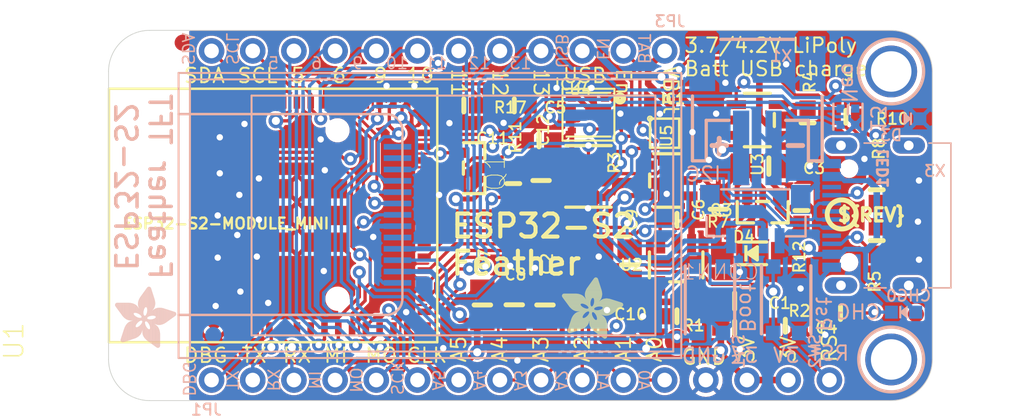
<source format=kicad_pcb>
(kicad_pcb (version 20221018) (generator pcbnew)
  (layers (0 "F.Cu" signal) (31 "B.Cu" signal) (34 "B.Paste" user) (35 "F.Paste" user) (36 "B.SilkS" user "B.Silkscreen") (37 "F.SilkS" user "F.Silkscreen") (38 "B.Mask" user) (39 "F.Mask" user) (44 "Edge.Cuts" user))
  (net 0 "")
  (net 1 "GND")
  (net 2 "VBUS")
  (net 3 "VBAT")
  (net 4 "N$1")
  (net 5 "N$3")
  (net 6 "N$4")
  (net 7 "3.3V")
  (net 8 "RESET")
  (net 9 "EN")
  (net 10 "MOSI")
  (net 11 "SDA")
  (net 12 "SCL")
  (net 13 "MISO")
  (net 14 "SCK")
  (net 15 "VHI")
  (net 16 "N$5")
  (net 17 "D+")
  (net 18 "D-")
  (net 19 "N$8")
  (net 20 "N$9")
  (net 21 "A0")
  (net 22 "A1")
  (net 23 "NEOPIX")
  (net 24 "TXD0")
  (net 25 "BOOT0")
  (net 26 "D6")
  (net 27 "D9")
  (net 28 "D10")
  (net 29 "D11")
  (net 30 "D12")
  (net 31 "D13")
  (net 32 "D5")
  (net 33 "RX")
  (net 34 "TX")
  (net 35 "A2")
  (net 36 "A3")
  (net 37 "A4")
  (net 38 "A5")
  (net 39 "NEOPIX_PWR")
  (net 40 "TFT_RST")
  (net 41 "TFT_DC")
  (net 42 "TFT_CS")
  (net 43 "BACKLITE")
  (net 44 "LEDK")
  (net 45 "N$2")
  (net 46 "IO38_DBLTAP")
  (net 47 "VSENSOR")
  (net 48 "I2C_PWR")
  (footprint "working:SOT23-5" (layer "F.Cu") (at 163.1061 99.1108 -90)
    (fp_text reference "U3")
    (fp_text value "MCP73831T-2ACI/OT")
  )
  (footprint "working:TESTPOINT_ROUND_1.5MM_NO" (layer "F.Cu") (at 158.1531 112.7633 180)
    (fp_text reference "TP1" hide)
    (fp_text value "" hide)
  )
  (footprint "working:PCBFEAT-REV-040" (layer "F.Cu") (at 168.3131 104.9401)
    (fp_text reference "U$7" hide)
    (fp_text value "" hide)
  )
  (footprint "working:0603-NO" (layer "F.Cu") (at 148.1201 98.2091)
    (fp_text reference "C5")
    (fp_text value "1uF")
  )
  (footprint "working:FIDUCIAL_1MM" (layer "F.Cu") (at 127.6731 94.3356)
    (fp_text reference "U$56" hide)
    (fp_text value "FIDUCIAL_1MM" hide)
  )
  (footprint "working:RESPACK_4X0603" (layer "F.Cu") (at 152.6921 102.5906 -90)
    (fp_text reference "R3")
    (fp_text value "10K")
  )
  (footprint "working:0805-NO" (layer "F.Cu") (at 150.0124 110.5281 90)
    (fp_text reference "C2")
    (fp_text value "10uF")
  )
  (footprint "working:0603-NO" (layer "F.Cu") (at 168.2369 111.0234 180)
    (fp_text reference "R2")
    (fp_text value "5.1K")
  )
  (footprint "" (layer "F.Cu") (at 125.6411 114.5921)
    (fp_text reference "@HOLE0" hide)
    (fp_text value "")
  )
  (footprint "working:0603-NO" (layer "F.Cu") (at 170.4721 106.553 -90)
    (fp_text reference "R5")
    (fp_text value "5.1K")
  )
  (footprint "working:0603-NO" (layer "F.Cu") (at 168.5671 98.9076)
    (fp_text reference "R10")
    (fp_text value "5.1K")
  )
  (footprint "" (layer "F.Cu") (at 125.6411 95.4786)
    (fp_text reference "@HOLE1" hide)
    (fp_text value "")
  )
  (footprint "working:0805-NO" (layer "F.Cu") (at 155.2321 108.0516 90)
    (fp_text reference "C9")
    (fp_text value "10uF")
  )
  (footprint "working:0805-NO" (layer "F.Cu") (at 163.8173 101.9556)
    (fp_text reference "C3")
    (fp_text value "10µF")
  )
  (footprint "working:FIDUCIAL_1MM" (layer "F.Cu") (at 172.8851 111.0996)
    (fp_text reference "U$55" hide)
    (fp_text value "FIDUCIAL_1MM" hide)
  )
  (footprint "working:0805-NO" (layer "F.Cu") (at 161.7091 110.2868)
    (fp_text reference "C1")
    (fp_text value "10uF")
  )
  (footprint "working:0603-NO" (layer "F.Cu") (at 170.4721 103.4161 90)
    (fp_text reference "R8")
    (fp_text value "5.1K")
  )
  (footprint "working:0603-NO" (layer "F.Cu") (at 161.7091 111.9251 180)
    (fp_text reference "R1")
    (fp_text value "5.1K")
  )
  (footprint "working:0805-NO" (layer "F.Cu") (at 160.7039 104.6176 90)
    (fp_text reference "C6")
    (fp_text value "10µF")
  )
  (footprint "working:0603-NO" (layer "F.Cu") (at 165.8239 104.6988 -90)
    (fp_text reference "R12")
    (fp_text value "100K")
  )
  (footprint "working:ADAFRUIT_3.5MM" (layer "F.Cu") (at 151.0411 112.6236)
    (fp_text reference "U$54" hide)
    (fp_text value "" hide)
  )
  (footprint "working:0805-NO" (layer "F.Cu") (at 149.7711 102.8446 90)
    (fp_text reference "C12")
    (fp_text value "10uF")
  )
  (footprint "working:SOT23-R" (layer "F.Cu") (at 163.4363 104.8004 180)
    (fp_text reference "Q3")
    (fp_text value "DMG3415U")
  )
  (footprint "working:SOT23-R" (layer "F.Cu") (at 145.6436 102.0826 -90)
    (fp_text reference "Q1")
    (fp_text value "BSS138")
  )
  (footprint "working:0603-NO" (layer "F.Cu") (at 164.8333 111.8108)
    (fp_text reference "C4")
    (fp_text value "1uF")
  )
  (footprint "working:0603-NO" (layer "F.Cu") (at 158.1531 105.2703)
    (fp_text reference "R7")
    (fp_text value "100K")
  )
  (footprint "working:SOT23-5" (layer "F.Cu") (at 157.5181 102.8446 90)
    (fp_text reference "U5")
    (fp_text value "AP2112-3.3")
  )
  (footprint "working:0603-NO" (layer "F.Cu") (at 166.2049 99.2886 90)
    (fp_text reference "R4")
    (fp_text value "5.1K")
  )
  (footprint "working:WLCSP9" (layer "F.Cu") (at 157.3911 99.9236)
    (fp_text reference "IC1")
    (fp_text value "LC709203F/MH")
  )
  (footprint "working:QFN60_ESP32-S2-MINI-1_EXP" (layer "F.Cu") (at 133.2611 105.0036 90)
    (fp_text reference "U1")
    (fp_text value "ESP32-S2-MODULE_MINI")
  )
  (footprint "working:SOD-123" (layer "F.Cu") (at 162.8013 107.3404)
    (fp_text reference "D4")
    (fp_text value "MBR540")
  )
  (footprint "working:0603-NO" (layer "F.Cu") (at 145.0086 98.2091)
    (fp_text reference "R17")
    (fp_text value "1Meg")
  )
  (footprint "working:0805-NO" (layer "F.Cu") (at 148.1178 110.5189 90)
    (fp_text reference "C8")
    (fp_text value "10µF")
  )
  (footprint "working:0603-NO" (layer "F.Cu") (at 148.0566 103.0351 90)
    (fp_text reference "R11")
    (fp_text value "22")
  )
  (footprint "working:0603-NO" (layer "F.Cu") (at 158.1531 111.2266 180)
    (fp_text reference "C10")
    (fp_text value "1uF")
  )
  (footprint "working:BME280" (layer "F.Cu") (at 152.6921 98.7806)
    (fp_text reference "U4")
    (fp_text value "BME280")
  )
  (footprint "working:0603-NO" (layer "F.Cu") (at 149.6441 100.3681 180)
    (fp_text reference "C11")
    (fp_text value "1uF")
  )
  (footprint "working:SOT23-5" (layer "F.Cu") (at 158.1023 108.0516 180)
    (fp_text reference "U2")
    (fp_text value "AP2112-3.3")
  )
  (footprint "working:BME680" (layer "F.Cu") (at 152.6921 98.7806)
    (fp_text reference "IC2")
    (fp_text value "BME680")
  )
  (footprint "working:0805-NO" (layer "F.Cu") (at 146.1516 110.5281 90)
    (fp_text reference "C7")
    (fp_text value "10uF")
  )
  (footprint "working:MOUNTINGHOLE_2.5_PLATED" (layer "B.Cu") (at 171.3611 96.1136 -90)
    (fp_text reference "U$31" hide)
    (fp_text value "MOUNTINGHOLE2.5" hide)
  )
  (footprint "working:FIDUCIAL_1MM" (layer "B.Cu") (at 129.5563 112.388 -90)
    (fp_text reference "U$35" hide)
    (fp_text value "FIDUCIAL_1MM" hide)
  )
  (footprint "working:TFT_1.14IN_240X135_WRAPUNDER" (layer "B.Cu") (at 127.4191 105.0036 90)
    (fp_text reference "DISP1" hide)
    (fp_text value "DISP_LCD_GENERIC_SPI_1.14IN_240X135_WRAPUNDER" hide)
  )
  (footprint "working:BTN_KMR2_4.6X2.8" (layer "B.Cu") (at 164.8841 110.2106 90)
    (fp_text reference "SW2")
    (fp_text value "KMR2")
  )
  (footprint "working:CHIPLED_0603_NOOUTLINE" (layer "B.Cu") (at 172.1231 110.9726 -90)
    (fp_text reference "CHG0")
    (fp_text value "ORANGE")
  )
  (footprint "working:1X12_ROUND_MIN" (layer "B.Cu") (at 143.4211 94.8436 180)
    (fp_text reference "JP3")
    (fp_text value "")
  )
  (footprint "working:CHIPLED_0603_NOOUTLINE" (layer "B.Cu") (at 172.3771 99.0346 90)
    (fp_text reference "D3")
    (fp_text value "RED")
  )
  (footprint "working:USB_C_CUSB31-CFM2AX-01-X" (layer "B.Cu") (at 171.2341 105.0036 -90)
    (fp_text reference "X3")
    (fp_text value "USB C")
  )
  (footprint "working:MOUNTINGHOLE_2.5_PLATED" (layer "B.Cu") (at 171.3611 113.8936 -90)
    (fp_text reference "U$32" hide)
    (fp_text value "MOUNTINGHOLE2.5" hide)
  )
  (footprint "working:JSTPH2_BATT" (layer "B.Cu") (at 163.1061 97.1296 180)
    (fp_text reference "X1")
    (fp_text value "JSTPH")
  )
  (footprint "working:FIDUCIAL_1MM" (layer "B.Cu") (at 168.5671 94.5896 -90)
    (fp_text reference "U$34" hide)
    (fp_text value "FIDUCIAL_1MM" hide)
  )
  (footprint "working:1X16_ROUND_MIN" (layer "B.Cu") (at 148.5011 115.1636)
    (fp_text reference "JP1")
    (fp_text value "")
  )
  (footprint "working:ADAFRUIT_3.5MM" (layer "B.Cu") (at 123.4821 113.1951 90)
    (fp_text reference "U$9" hide)
    (fp_text value "" hide)
  )
  (footprint "working:JST_SH4_RA" (layer "B.Cu") (at 162.9791 104.8766)
    (fp_text reference "CONN1")
    (fp_text value "STEMMA_I2C_QTRA" hide)
  )
  (footprint "working:BTN_KMR2_4.6X2.8" (layer "B.Cu") (at 160.1851 110.2106 90)
    (fp_text reference "SW1")
    (fp_text value "KMR2")
  )
  (footprint "working:SK6805_1515" (layer "B.Cu") (at 168.6941 98.9076 90)
    (fp_text reference "LED1")
    (fp_text value "WS2812B_SK6805_1515")
  )
  (gr_line (start 123.1011 113.8936) (end 123.1011 96.1136) (stroke (width 0.05)) (layer "Edge.Cuts"))
  (gr_line (start 173.9011 96.1136) (end 173.9011 113.8936) (stroke (width 0.05)) (layer "Edge.Cuts"))
  (gr_arc (start 173.9011 113.8936) (mid 173.157151 115.689651) (end 171.3611 116.4336) (stroke (width 0.05)) (layer "Edge.Cuts"))
  (gr_arc (start 171.3611 93.5736) (mid 173.157151 94.317549) (end 173.9011 96.1136) (stroke (width 0.05)) (layer "Edge.Cuts"))
  (gr_arc (start 123.1011 96.1136) (mid 123.845049 94.317549) (end 125.6411 93.5736) (stroke (width 0.05)) (layer "Edge.Cuts"))
  (gr_line (start 125.6411 93.5736) (end 171.3611 93.5736) (stroke (width 0.05)) (layer "Edge.Cuts"))
  (gr_arc (start 125.6411 116.4336) (mid 123.845049 115.689651) (end 123.1011 113.8936) (stroke (width 0.05)) (layer "Edge.Cuts"))
  (gr_line (start 171.3611 116.4336) (end 125.6411 116.4336) (stroke (width 0.05)) (layer "Edge.Cuts"))
  (gr_text "9" (at 138.4681 95.6056) (layer "B.SilkS") (effects (font (size 0.715264 0.715264) (thickness 0.097536)) (justify mirror)))
  (gr_text "12" (at 145.9611 95.6056) (layer "B.SilkS") (effects (font (size 0.715264 0.715264) (thickness 0.097536)) (justify mirror)))
  (gr_text "6" (at 135.9281 95.6056) (layer "B.SilkS") (effects (font (size 0.715264 0.715264) (thickness 0.097536)) (justify mirror)))
  (gr_text "Neo" (at 168.7576 96.8121 -90) (layer "B.SilkS") (effects (font (size 0.89408 0.89408) (thickness 0.12192)) (justify mirror)))
  (gr_text "Feather TFT\nESP32-S2" (at 125.1966 103.2256 -90) (layer "B.SilkS") (effects (font (size 1.31064 1.31064) (thickness 0.21336)) (justify mirror)))
  (gr_text "GND" (at 159.8041 113.6396) (layer "B.SilkS") (effects (font (size 0.89408 0.89408) (thickness 0.12192)) (justify mirror)))
  (gr_text "CHG" (at 169.3291 110.9726) (layer "B.SilkS") (effects (font (size 0.89408 0.89408) (thickness 0.12192)) (justify mirror)))
  (gr_text "DBG" (at 128.0541 115.1001 -90) (layer "B.SilkS") (effects (font (size 0.715264 0.715264) (thickness 0.097536)) (justify mirror)))
  (gr_text "5" (at 133.2611 95.6056) (layer "B.SilkS") (effects (font (size 0.715264 0.715264) (thickness 0.097536)) (justify mirror)))
  (gr_text "SCL" (at 130.7211 94.7166 -90) (layer "B.SilkS") (effects (font (size 0.715264 0.715264) (thickness 0.097536)) (justify mirror)))
  (gr_text "A4" (at 145.9611 115.1636 -90) (layer "B.SilkS") (effects (font (size 0.715264 0.715264) (thickness 0.097536)) (justify mirror)))
  (gr_text "EN" (at 153.5811 94.7166 -90) (layer "B.SilkS") (effects (font (size 0.715264 0.715264) (thickness 0.097536)) (justify mirror)))
  (gr_text "3V" (at 162.3441 113.6396) (layer "B.SilkS") (effects (font (size 0.89408 0.89408) (thickness 0.12192)) (justify mirror)))
  (gr_text "SCK" (at 140.8811 115.0366 -90) (layer "B.SilkS") (effects (font (size 0.715264 0.715264) (thickness 0.097536)) (justify mirror)))
  (gr_text "Boot" (at 162.4711 110.7186 -90) (layer "B.SilkS") (effects (font (size 0.89408 0.89408) (thickness 0.12192)) (justify mirror)))
  (gr_text "11" (at 143.2941 95.6056) (layer "B.SilkS") (effects (font (size 0.715264 0.715264) (thickness 0.097536)) (justify mirror)))
  (gr_text "13" (at 148.5011 95.6056) (layer "B.SilkS") (effects (font (size 0.715264 0.715264) (thickness 0.097536)) (justify mirror)))
  (gr_text "10" (at 140.8811 95.6056) (layer "B.SilkS") (effects (font (size 0.715264 0.715264) (thickness 0.097536)) (justify mirror)))
  (gr_text "A1" (at 153.5811 115.1636 -90) (layer "B.SilkS") (effects (font (size 0.715264 0.715264) (thickness 0.097536)) (justify mirror)))
  (gr_text "BAT" (at 156.1211 94.7166 -90) (layer "B.SilkS") (effects (font (size 0.715264 0.715264) (thickness 0.097536)) (justify mirror)))
  (gr_text "TX" (at 130.7211 115.1636 -90) (layer "B.SilkS") (effects (font (size 0.715264 0.715264) (thickness 0.097536)) (justify mirror)))
  (gr_text "Rst" (at 167.1701 111.0996 -90) (layer "B.SilkS") (effects (font (size 0.89408 0.89408) (thickness 0.12192)) (justify mirror)))
  (gr_text "A5" (at 143.4211 115.1636 -90) (layer "B.SilkS") (effects (font (size 0.715264 0.715264) (thickness 0.097536)) (justify mirror)))
  (gr_text "13" (at 170.5356 99.0346 -90) (layer "B.SilkS") (effects (font (size 0.89408 0.89408) (thickness 0.12192)) (justify mirror)))
  (gr_text "MI" (at 135.8011 115.1636 -90) (layer "B.SilkS") (effects (font (size 0.715264 0.715264) (thickness 0.097536)) (justify mirror)))
  (gr_text "SDA" (at 127.9906 94.7166 -90) (layer "B.SilkS") (effects (font (size 0.715264 0.715264) (thickness 0.097536)) (justify mirror)))
  (gr_text "A2" (at 150.9903 115.189 -90) (layer "B.SilkS") (effects (font (size 0.715264 0.715264) (thickness 0.097536)) (justify mirror)))
  (gr_text "RST" (at 167.5511 113.5126) (layer "B.SilkS") (effects (font (size 0.89408 0.89408) (thickness 0.12192)) (justify mirror)))
  (gr_text "A3" (at 148.4757 115.189 -90) (layer "B.SilkS") (effects (font (size 0.715264 0.715264) (thickness 0.097536)) (justify mirror)))
  (gr_text "USB" (at 151.0411 94.8436 -90) (layer "B.SilkS") (effects (font (size 0.715264 0.715264) (thickness 0.097536)) (justify mirror)))
  (gr_text "MO" (at 138.3411 115.1636 -90) (layer "B.SilkS") (effects (font (size 0.715264 0.715264) (thickness 0.097536)) (justify mirror)))
  (gr_text "RX" (at 133.2611 115.1636 -90) (layer "B.SilkS") (effects (font (size 0.715264 0.715264) (thickness 0.097536)) (justify mirror)))
  (gr_text "A0" (at 156.1211 115.1636 -90) (layer "B.SilkS") (effects (font (size 0.715264 0.715264) (thickness 0.097536)) (justify mirror)))
  (gr_text "I2C" (at 160.9471 102.9716) (layer "B.SilkS") (effects (font (size 0.89408 0.89408) (thickness 0.12192)) (justify left bottom mirror)))
  (gr_text "3V" (at 164.8841 113.6396) (layer "B.SilkS") (effects (font (size 0.89408 0.89408) (thickness 0.12192)) (justify mirror)))
  (gr_text "USB" (at 151.0411 96.3676) (layer "F.SilkS") (effects (font (size 0.89408 0.89408) (thickness 0.12192)) (justify left)))
  (gr_text "3V" (at 165.0111 114.1476 90) (layer "F.SilkS") (effects (font (size 0.89408 0.89408) (thickness 0.12192)) (justify left)))
  (gr_text "13" (at 149.7711 95.8596 270) (layer "F.SilkS") (effects (font (size 0.89408 0.89408) (thickness 0.12192)) (justify left)))
  (gr_text "RX" (at 133.7691 113.6396) (layer "F.SilkS") (effects (font (size 0.89408 0.89408) (thickness 0.12192)) (justify left)))
  (gr_text "11" (at 144.6911 95.8596 270) (layer "F.SilkS") (effects (font (size 0.89408 0.89408) (thickness 0.12192)) (justify left)))
  (gr_text "3.7/4.2V LiPoly\nBatt USB charge" (at 158.5341 95.2246) (layer "F.SilkS") (effects (font (size 0.89408 0.89408) (thickness 0.12192)) (justify left)))
  (gr_text "A0" (at 156.7561 114.1476 90) (layer "F.SilkS") (effects (font (size 0.89408 0.89408) (thickness 0.12192)) (justify left)))
  (gr_text "En" (at 154.8511 95.8596 270) (layer "F.SilkS") (effects (font (size 0.89408 0.89408) (thickness 0.12192)) (justify left)))
  (gr_text "RST" (at 167.5511 114.1476 90) (layer "F.SilkS") (effects (font (size 0.89408 0.89408) (thickness 0.12192)) (justify left)))
  (gr_text "TX" (at 131.2291 113.6396) (layer "F.SilkS") (effects (font (size 0.89408 0.89408) (thickness 0.12192)) (justify left)))
  (gr_text "MO" (at 138.8491 113.6396) (layer "F.SilkS") (effects (font (size 0.89408 0.89408) (thickness 0.12192)) (justify left)))
  (gr_text "VBat" (at 157.7721 95.6691 270) (layer "F.SilkS") (effects (font (size 0.89408 0.89408) (thickness 0.12192)) (justify left)))
  (gr_text "A3" (at 149.7711 114.1476 90) (layer "F.SilkS") (effects (font (size 0.89408 0.89408) (thickness 0.12192)) (justify left)))
  (gr_text "A2" (at 152.3111 114.1476 90) (layer "F.SilkS") (effects (font (size 0.89408 0.89408) (thickness 0.12192)) (justify left)))
  (gr_text "3V" (at 162.4711 114.1476 90) (layer "F.SilkS") (effects (font (size 0.89408 0.89408) (thickness 0.12192)) (justify left)))
  (gr_text "A1" (at 154.8511 114.1476 90) (layer "F.SilkS") (effects (font (size 0.89408 0.89408) (thickness 0.12192)) (justify left)))
  (gr_text "DBG" (at 127.6731 113.6396) (layer "F.SilkS") (effects (font (size 0.89408 0.89408) (thickness 0.12192)) (justify left)))
  (gr_text "ESP32-S2\nFeather" (at 144.1069 106.807) (layer "F.SilkS") (effects (font (size 1.42494 1.42494) (thickness 0.25146)) (justify left)))
  (gr_text "SDA" (at 127.6731 96.3676) (layer "F.SilkS") (effects (font (size 0.89408 0.89408) (thickness 0.12192)) (justify left)))
  (gr_text "5" (at 134.2771 96.3676) (layer "F.SilkS") (effects (font (size 0.89408 0.89408) (thickness 0.12192)) (justify left)))
  (gr_text "SCL" (at 130.9751 96.3676) (layer "F.SilkS") (effects (font (size 0.89408 0.89408) (thickness 0.12192)) (justify left)))
  (gr_text "10" (at 141.3891 96.3676) (layer "F.SilkS") (effects (font (size 0.89408 0.89408) (thickness 0.12192)) (justify left)))
  (gr_text "CLK" (at 141.3891 113.6396) (layer "F.SilkS") (effects (font (size 0.89408 0.89408) (thickness 0.12192)) (justify left)))
  (gr_text "A4" (at 147.2311 114.1476 90) (layer "F.SilkS") (effects (font (size 0.89408 0.89408) (thickness 0.12192)) (justify left)))
  (gr_text "12" (at 147.2311 95.8596 270) (layer "F.SilkS") (effects (font (size 0.89408 0.89408) (thickness 0.12192)) (justify left)))
  (gr_text "6" (at 136.8171 96.3676) (layer "F.SilkS") (effects (font (size 0.89408 0.89408) (thickness 0.12192)) (justify left)))
  (gr_text "9" (at 139.3571 96.3676) (layer "F.SilkS") (effects (font (size 0.89408 0.89408) (thickness 0.12192)) (justify left)))
  (gr_text "A5" (at 144.6911 114.1476 90) (layer "F.SilkS") (effects (font (size 0.89408 0.89408) (thickness 0.12192)) (justify left)))
  (gr_text "MI" (at 136.3091 113.6396) (layer "F.SilkS") (effects (font (size 0.89408 0.89408) (thickness 0.12192)) (justify left)))
  (gr_text "GND" (at 161.2646 113.7666) (layer "F.SilkS") (effects (font (size 0.89408 0.89408) (thickness 0.12192)) (justify right)))
  (segment (start 153.7171 97.7556) (end 153.7171 97.8056) (width 0.1524) (layer "F.Cu") (net 1))
  (segment (start 141.5796 111.016997) (end 142.566203 112.0036) (width 0.254) (layer "F.Cu") (net 1))
  (segment (start 150.7236 98.2091) (end 150.7236 97.1296) (width 0.1524) (layer "F.Cu") (net 1))
  (segment (start 150.9141 98.3996) (end 150.7236 98.2091) (width 0.1524) (layer "F.Cu") (net 1))
  (segment (start 160.6296 102.5271) (end 160.7039 102.6014) (width 0.3048) (layer "F.Cu") (net 1))
  (segment (start 153.0731 97.8281) (end 152.8826 97.6376) (width 0.1524) (layer "F.Cu") (net 1))
  (segment (start 140.9446 106.647044) (end 139.7381 106.647044) (width 0.254) (layer "F.Cu") (net 1))
  (segment (start 141.719406 105.816294) (end 140.9446 106.5911) (width 0.3048) (layer "F.Cu") (net 1))
  (segment (start 153.3906 104.5566) (end 153.3906 104.6226) (width 0.254) (layer "F.Cu") (net 1))
  (segment (start 148.9701 98.2091) (end 148.9701 99.2886) (width 0.4064) (layer "F.Cu") (net 1))
  (segment (start 144.484428 110.3122) (end 143.9291 110.867529) (width 0.254) (layer "F.Cu") (net 1))
  (segment (start 145.763606 109.5781) (end 145.105706 110.236) (width 0.4064) (layer "F.Cu") (net 1))
  (segment (start 142.566203 98.0036) (end 143.9531 98.0036) (width 0.254) (layer "F.Cu") (net 1))
  (segment (start 144.6436 103.0326) (end 144.1856 103.0326) (width 0.2032) (layer "F.Cu") (net 1))
  (segment (start 158.8182 102.8446) (end 159.5501 102.8446) (width 0.3048) (layer "F.Cu") (net 1))
  (segment (start 143.9291 113.0046) (end 143.7386 113.1951) (width 0.254) (layer "F.Cu") (net 1))
  (segment (start 150.9331 98.3806) (end 150.9141 98.3996) (width 0.1524) (layer "F.Cu") (net 1))
  (segment (start 151.4921 98.3806) (end 151.5671 98.4556) (width 0.1524) (layer "F.Cu") (net 1))
  (segment (start 154.794 103.0287) (end 153.9321 103.8906) (width 0.2032) (layer "F.Cu") (net 1))
  (segment (start 157.5181 103.6701) (end 156.8767 103.0287) (width 0.2032) (layer "F.Cu") (net 1))
  (segment (start 139.4206 106.329544) (end 139.7381 106.647044) (width 0.254) (layer "F.Cu") (net 1))
  (segment (start 143.9531 98.0036) (end 144.1586 98.2091) (width 0.254) (layer "F.Cu") (net 1))
  (segment (start 159.5501 102.8446) (end 159.8676 102.5271) (width 0.3048) (layer "F.Cu") (net 1))
  (segment (start 154.5336 97.0026) (end 153.0096 97.0026) (width 0.1524) (layer "F.Cu") (net 1))
  (segment (start 153.8921 97.5806) (end 153.8986 97.5741) (width 0.1524) (layer "F.Cu") (net 1))
  (segment (start 145.029506 110.3122) (end 144.484428 110.3122) (width 0.254) (layer "F.Cu") (net 1))
  (segment (start 160.7039 102.6014) (end 160.7039 103.6676) (width 0.3048) (layer "F.Cu") (net 1))
  (segment (start 153.8986 97.5741) (end 154.5336 97.5741) (width 0.1524) (layer "F.Cu") (net 1))
  (segment (start 144.1856 103.0326) (end 143.4846 103.7336) (width 0.2032) (layer "F.Cu") (net 1))
  (segment (start 151.4921 98.3806) (end 150.9331 98.3806) (width 0.1524) (layer "F.Cu") (net 1))
  (segment (start 153.0956 97.8056) (end 153.0731 97.8281) (width 0.1524) (layer "F.Cu") (net 1))
  (segment (start 141.5796 111.016997) (end 141.5796 108.5596) (width 0.254) (layer "F.Cu") (net 1))
  (segment (start 146.1516 109.5781) (end 145.763606 109.5781) (width 0.4064) (layer "F.Cu") (net 1))
  (segment (start 154.5336 97.5741) (end 154.5336 97.0026) (width 0.1524) (layer "F.Cu") (net 1))
  (segment (start 153.9321 103.8906) (end 153.5421 103.8906) (width 0.2032) (layer "F.Cu") (net 1))
  (segment (start 140.9446 107.9246) (end 140.9446 106.647044) (width 0.254) (layer "F.Cu") (net 1))
  (segment (start 159.8676 102.5271) (end 160.6296 102.5271) (width 0.3048) (layer "F.Cu") (net 1))
  (segment (start 143.9291 110.867529) (end 143.9291 113.0046) (width 0.254) (layer "F.Cu") (net 1))
  (segment (start 147.4597 99.2886) (end 148.9701 99.2886) (width 0.4064) (layer "F.Cu") (net 1))
  (segment (start 152.8826 97.6376) (end 152.8826 97.1296) (width 0.1524) (layer "F.Cu") (net 1))
  (segment (start 153.8921 97.5806) (end 153.7171 97.7556) (width 0.1524) (layer "F.Cu") (net 1))
  (segment (start 154.794 103.0287) (end 156.8767 103.0287) (width 0.2032) (layer "F.Cu") (net 1))
  (segment (start 153.0096 97.0026) (end 152.8826 97.1296) (width 0.1524) (layer "F.Cu") (net 1))
  (segment (start 153.7171 97.8056) (end 153.0956 97.8056) (width 0.1524) (layer "F.Cu") (net 1))
  (segment (start 151.5671 98.4556) (end 151.6671 98.4556) (width 0.1524) (layer "F.Cu") (net 1))
  (segment (start 141.5796 108.5596) (end 140.9446 107.9246) (width 0.254) (layer "F.Cu") (net 1))
  (segment (start 145.105706 110.236) (end 145.029506 110.3122) (width 0.254) (layer "F.Cu") (net 1))
  (via (at 154.6606 98.7171) (size 0.8001) (drill 0.3937) (layers "F.Cu" "B.Cu") (net 1))
  (via (at 169.7101 101.5111) (size 0.8001) (drill 0.3937) (layers "F.Cu" "B.Cu") (net 1))
  (via (at 148.3106 113.9571) (size 0.8001) (drill 0.3937) (layers "F.Cu" "B.Cu") (net 1))
  (via (at 141.4526 110.9726) (size 0.8001) (drill 0.3937) (layers "F.Cu" "B.Cu") (net 1))
  (via (at 157.099 98.7298) (size 0.8001) (drill 0.3937) (layers "F.Cu" "B.Cu") (net 1))
  (via (at 165.7731 109.5121) (size 0.8001) (drill 0.3937) (layers "F.Cu" "B.Cu") (net 1))
  (via (at 136.3726 108.4326) (size 0.8001) (drill 0.3937) (layers "F.Cu" "B.Cu") (net 1))
  (via (at 132.3721 105.2576) (size 0.8001) (drill 0.3937) (layers "F.Cu" "B.Cu") (net 1))
  (via (at 129.8321 107.6071) (size 0.8001) (drill 0.3937) (layers "F.Cu" "B.Cu") (net 1))
  (via (at 162.0266 108.4961) (size 0.8001) (drill 0.3937) (layers "F.Cu" "B.Cu") (net 1))
  (via (at 140.2461 97.0026) (size 0.8001) (drill 0.3937) (layers "F.Cu" "B.Cu") (net 1))
  (via (at 166.3446 101.9556) (size 0.8001) (drill 0.3937) (layers "F.Cu" "B.Cu") (net 1))
  (via (at 161.1376 96.8121) (size 0.8001) (drill 0.3937) (layers "F.Cu" "B.Cu") (net 1))
  (via (at 147.4597 99.2886) (size 0.8001) (drill 0.3937) (layers "F.Cu" "B.Cu") (net 1))
  (via (at 160.5661 98.7171) (size 0.8001) (drill 0.3937) (layers "F.Cu" "B.Cu") (net 1))
  (via (at 131.2291 109.7026) (size 0.8001) (drill 0.3937) (layers "F.Cu" "B.Cu") (net 1))
  (via (at 150.7236 97.1296) (size 0.8001) (drill 0.3937) (layers "F.Cu" "B.Cu") (net 1))
  (via (at 157.5181 103.6701) (size 0.8001) (drill 0.3937) (layers "F.Cu" "B.Cu") (net 1))
  (via (at 164.8841 95.6691) (size 0.8001) (drill 0.3937) (layers "F.Cu" "B.Cu") (net 1))
  (via (at 129.9591 102.4001) (size 0.8001) (drill 0.3937) (layers "F.Cu" "B.Cu") (net 1))
  (via (at 129.9591 100.1776) (size 0.8001) (drill 0.3937) (layers "F.Cu" "B.Cu") (net 1))
  (via (at 159.1056 99.8601) (size 0.8001) (drill 0.3937) (layers "F.Cu" "B.Cu") (net 1))
  (via (at 131.0386 106.2101) (size 0.8001) (drill 0.3937) (layers "F.Cu" "B.Cu") (net 1))
  (via (at 139.4206 106.329544) (size 0.8001) (drill 0.3937) (layers "F.Cu" "B.Cu") (net 1))
  (via (at 143.4846 103.7336) (size 0.8001) (drill 0.3937) (layers "F.Cu" "B.Cu") (net 1))
  (via (at 156.0576 111.2266) (size 0.8001) (drill 0.3937) (layers "F.Cu" "B.Cu") (net 1))
  (via (at 141.9606 97.0026) (size 0.8001) (drill 0.3937) (layers "F.Cu" "B.Cu") (net 1))
  (via (at 132.3721 102.7176) (size 0.8001) (drill 0.3937) (layers "F.Cu" "B.Cu") (net 1))
  (via (at 136.4361 102.2096) (size 0.8001) (drill 0.3937) (layers "F.Cu" "B.Cu") (net 1))
  (via (at 144.1196 99.3013) (size 0.8001) (drill 0.3937) (layers "F.Cu" "B.Cu") (net 1))
  (via (at 153.3271 107.5436) (size 0.8001) (drill 0.3937) (layers "F.Cu" "B.Cu") (net 1))
  (via (at 132.2451 107.5436) (size 0.8001) (drill 0.3937) (layers "F.Cu" "B.Cu") (net 1))
  (via (at 132.9436 110.4011) (size 0.8001) (drill 0.3937) (layers "F.Cu" "B.Cu") (net 1))
  (via (at 173.0121 105.3846) (size 0.8001) (drill 0.3937) (layers "F.Cu" "B.Cu") (net 1))
  (via (at 162.0266 113.2586) (size 0.8001) (drill 0.3937) (layers "F.Cu" "B.Cu") (net 1))
  (via (at 147.8661 108.1151) (size 0.8001) (drill 0.3937) (layers "F.Cu" "B.Cu") (net 1))
  (via (at 129.8321 105.0036) (size 0.8001) (drill 0.3937) (layers "F.Cu" "B.Cu") (net 1))
  (via (at 131.4831 99.3521) (size 0.8001) (drill 0.3937) (layers "F.Cu" "B.Cu") (net 1))
  (via (at 136.1821 100.3046) (size 0.8001) (drill 0.3937) (layers "F.Cu" "B.Cu") (net 1))
  (via (at 160.1216 101.5746) (size 0.8001) (drill 0.3937) (layers "F.Cu" "B.Cu") (net 1))
  (via (at 152.8826 97.1296) (size 0.8001) (drill 0.3937) (layers "F.Cu" "B.Cu") (net 1))
  (via (at 152.6667 104.5591) (size 0.8001) (drill 0.3937) (layers "F.Cu" "B.Cu") (net 1))
  (via (at 167.2971 112.3696) (size 0.8001) (drill 0.3937) (layers "F.Cu" "B.Cu") (net 1))
  (via (at 143.7386 113.1951) (size 0.8001) (drill 0.3937) (layers "F.Cu" "B.Cu") (net 1))
  (via (at 129.7051 110.5916) (size 0.8001) (drill 0.3937) (layers "F.Cu" "B.Cu") (net 1))
  (via (at 173.0756 102.8446) (size 0.8001) (drill 0.3937) (layers "F.Cu" "B.Cu") (net 1))
  (via (at 149.3901 108.2421) (size 0.8001) (drill 0.3937) (layers "F.Cu" "B.Cu") (net 1))
  (via (at 131.1656 103.7336) (size 0.8001) (drill 0.3937) (layers "F.Cu" "B.Cu") (net 1))
  (via (at 153.8351 110.8456) (size 0.8001) (drill 0.3937) (layers "F.Cu" "B.Cu") (net 1))
  (via (at 173.0756 107.7341) (size 0.8001) (drill 0.3937) (layers "F.Cu" "B.Cu") (net 1))
  (segment (start 139.5476 105.6636) (end 139.5476 106.202544) (width 0.3048) (layer "B.Cu") (net 1))
  (segment (start 139.82065 108.95965) (end 139.6746 108.8136) (width 0.2032) (layer "B.Cu") (net 1))
  (segment (start 160.1791 104.0144) (end 160.7238 104.5591) (width 0.1778) (layer "B.Cu") (net 1))
  (segment (start 140.9191 105.6636) (end 139.5476 105.6636) (width 0.3048) (layer "B.Cu") (net 1))
  (segment (start 164.4791 105.7416) (end 164.4791 106.5626) (width 0.1778) (layer "B.Cu") (net 1))
  (segment (start 139.6746 107.7976) (end 139.6746 108.8136) (width 0.2032) (layer "B.Cu") (net 1))
  (segment (start 163.2966 104.5591) (end 164.4791 105.7416) (width 0.1778) (layer "B.Cu") (net 1))
  (segment (start 160.7238 104.5591) (end 163.2966 104.5591) (width 0.1778) (layer "B.Cu") (net 1))
  (segment (start 139.5476 106.202544) (end 139.4206 106.329544) (width 0.3048) (layer "B.Cu") (net 1))
  (segment (start 139.829037 108.95965) (end 139.82065 108.95965) (width 0.2032) (layer "B.Cu") (net 1))
  (segment (start 140.9191 109.1636) (end 140.032987 109.1636) (width 0.2032) (layer "B.Cu") (net 1))
  (segment (start 140.032987 109.1636) (end 139.829037 108.95965) (width 0.2032) (layer "B.Cu") (net 1))
  (segment (start 139.6746 107.7976) (end 139.4206 107.5436) (width 0.2032) (layer "B.Cu") (net 1))
  (segment (start 163.8302 100.746569) (end 164.4062 100.170569) (width 0.3048) (layer "F.Cu") (net 2))
  (segment (start 162.68065 95.81515) (end 159.9311 95.81515) (width 0.4064) (layer "F.Cu") (net 2))
  (segment (start 164.4062 100.170569) (end 164.4062 100.0608) (width 0.3048) (layer "F.Cu") (net 2))
  (segment (start 164.6513 107.3404) (end 164.6513 106.7214) (width 0.4064) (layer "F.Cu") (net 2))
  (segment (start 159.9311 95.81515) (end 158.9151 96.83115) (width 0.4064) (layer "F.Cu") (net 2))
  (segment (start 157.2006 96.45015) (end 157.5816 96.83115) (width 0.4064) (layer "F.Cu") (net 2))
  (segment (start 164.6513 106.7214) (end 165.8239 105.5488) (width 0.4064) (layer "F.Cu") (net 2))
  (segment (start 164.4062 100.0608) (end 163.253 98.9076) (width 0.4064) (layer "F.Cu") (net 2))
  (segment (start 164.3863 103.403232) (end 163.8302 102.847132) (width 0.3048) (layer "F.Cu") (net 2))
  (segment (start 158.9151 96.83115) (end 157.5816 96.83115) (width 0.4064) (layer "F.Cu") (net 2))
  (segment (start 163.8302 102.847132) (end 163.8302 100.746569) (width 0.3048) (layer "F.Cu") (net 2))
  (segment (start 164.3863 104.5058) (end 164.3863 103.8004) (width 0.4064) (layer "F.Cu") (net 2))
  (segment (start 163.2331 96.3676) (end 162.68065 95.81515) (width 0.4064) (layer "F.Cu") (net 2))
  (segment (start 165.4293 105.5488) (end 164.3863 104.5058) (width 0.4064) (layer "F.Cu") (net 2))
  (segment (start 165.8239 105.5488) (end 165.4293 105.5488) (width 0.4064) (layer "F.Cu") (net 2))
  (segment (start 164.6513 107.3404) (end 165.94645 107.3404) (width 0.4064) (layer "F.Cu") (net 2))
  (segment (start 164.3863 103.8004) (end 164.3863 103.403232) (width 0.3048) (layer "F.Cu") (net 2))
  (segment (start 163.2331 98.9076) (end 163.2331 96.3676) (width 0.4064) (layer "F.Cu") (net 2))
  (segment (start 163.253 98.9076) (end 163.2331 98.9076) (width 0.4064) (layer "F.Cu") (net 2))
  (segment (start 165.94645 107.3404) (end 166.2811 107.00575) (width 0.4064) (layer "F.Cu") (net 2))
  (via (at 166.2811 107.00575) (size 0.889) (drill 0.4826) (layers "F.Cu" "B.Cu") (net 2))
  (via (at 157.2006 96.45015) (size 0.889) (drill 0.4826) (layers "F.Cu" "B.Cu") (net 2))
  (segment (start 168.545681 107.086) (end 169.9137 107.086) (width 0.3048) (layer "B.Cu") (net 2))
  (segment (start 169.7867 107.213) (end 169.9137 107.086) (width 0.4064) (layer "B.Cu") (net 2))
  (segment (start 166.2811 107.00575) (end 166.67895 107.4036) (width 0.3048) (layer "B.Cu") (net 2))
  (segment (start 169.9772 102.8577) (end 168.482181 102.8577) (width 0.3048) (layer "B.Cu") (net 2))
  (segment (start 168.482181 102.8577) (end 168.215081 102.5906) (width 0.3048) (layer "B.Cu") (net 2))
  (segment (start 167.6891 107.4036) (end 168.228081 107.4036) (width 0.3048) (layer "B.Cu") (net 2))
  (segment (start 170.4721 103.3526) (end 169.9772 102.8577) (width 0.4064) (layer "B.Cu") (net 2))
  (segment (start 168.215081 102.5906) (end 167.7021 102.5906) (width 0.3048) (layer "B.Cu") (net 2))
  (segment (start 152.3111 94.8436) (end 153.0731 94.8436) (width 0.4064) (layer "B.Cu") (net 2))
  (segment (start 169.7867 108.8902) (end 169.7867 107.213) (width 0.3048) (layer "B.Cu") (net 2))
  (segment (start 171.1071 110.2106) (end 169.7867 108.8902) (width 0.3048) (layer "B.Cu") (net 2))
  (segment (start 172.1111 110.2106) (end 172.8731 110.9726) (width 0.3048) (layer "B.Cu") (net 2))
  (segment (start 172.1111 110.2106) (end 171.1071 110.2106) (width 0.3048) (layer "B.Cu") (net 2))
  (segment (start 166.67895 107.4036) (end 167.6891 107.4036) (width 0.3048) (layer "B.Cu") (net 2))
  (segment (start 154.67965 96.45015) (end 153.0731 94.8436) (width 0.4064) (layer "B.Cu") (net 2))
  (segment (start 170.4721 106.5276) (end 170.4721 103.3526) (width 0.4064) (layer "B.Cu") (net 2))
  (segment (start 157.2006 96.45015) (end 154.67965 96.45015) (width 0.4064) (layer "B.Cu") (net 2))
  (segment (start 168.228081 107.4036) (end 168.545681 107.086) (width 0.3048) (layer "B.Cu") (net 2))
  (segment (start 167.7021 102.5906) (end 167.6891 102.6036) (width 0.3048) (layer "B.Cu") (net 2))
  (segment (start 169.9137 107.086) (end 170.4721 106.5276) (width 0.4064) (layer "B.Cu") (net 2))
  (segment (start 161.806 100.0608) (end 160.7668 100.0608) (width 0.4064) (layer "F.Cu") (net 3))
  (segment (start 160.7668 100.0608) (end 158.600787 97.894788) (width 0.4064) (layer "F.Cu") (net 3))
  (segment (start 161.0741 100.8126) (end 161.7243 100.8126) (width 0.4064) (layer "F.Cu") (net 3))
  (segment (start 163.4363 103.3653) (end 162.8673 102.7963) (width 0.4064) (layer "F.Cu") (net 3))
  (segment (start 157.8991 98.3996) (end 156.3751 96.8756) (width 0.4064) (layer "F.Cu") (net 3))
  (segment (start 156.3751 96.8756) (end 156.3751 95.8596) (width 0.4064) (layer "F.Cu") (net 3))
  (segment (start 157.8991 98.3996) (end 157.8991 97.894788) (width 0.4064) (layer "F.Cu") (net 3))
  (segment (start 156.3751 95.8596) (end 157.3911 94.8436) (width 0.4064) (layer "F.Cu") (net 3))
  (segment (start 162.8673 101.9556) (end 161.806 100.8943) (width 0.4064) (layer "F.Cu") (net 3))
  (segment (start 158.600787 97.894788) (end 157.8991 97.894788) (width 0.4064) (layer "F.Cu") (net 3))
  (segment (start 162.8673 102.7963) (end 162.8673 101.9556) (width 0.4064) (layer "F.Cu") (net 3))
  (segment (start 163.4363 105.8004) (end 163.4363 103.3653) (width 0.4064) (layer "F.Cu") (net 3))
  (segment (start 161.806 100.8943) (end 161.7243 100.8126) (width 0.4064) (layer "F.Cu") (net 3))
  (segment (start 157.8991 99.4156) (end 157.8991 98.3996) (width 0.4064) (layer "F.Cu") (net 3))
  (segment (start 161.806 100.0608) (end 161.806 100.8943) (width 0.4064) (layer "F.Cu") (net 3))
  (segment (start 161.0741 100.8126) (end 160.9471 100.9396) (width 0.3048) (layer "F.Cu") (net 3))
  (segment (start 157.8911 99.4236) (end 157.8991 99.4156) (width 0.4064) (layer "F.Cu") (net 3))
  (via (at 160.9471 100.9396) (size 0.889) (drill 0.4826) (layers "F.Cu" "B.Cu") (net 3))
  (segment (start 161.9961 100.9396) (end 162.1061 100.8296) (width 0.3048) (layer "B.Cu") (net 3))
  (segment (start 160.9471 100.9396) (end 161.9961 100.9396) (width 0.3048) (layer "B.Cu") (net 3))
  (segment (start 170.2943 111.0234) (end 170.3451 110.9726) (width 0.2032) (layer "F.Cu") (net 4))
  (segment (start 169.0869 111.0234) (end 170.2943 111.0234) (width 0.2032) (layer "F.Cu") (net 4))
  (via (at 170.3451 110.9726) (size 0.8001) (drill 0.3937) (layers "F.Cu" "B.Cu") (net 4))
  (segment (start 170.3451 110.9726) (end 171.3731 110.9726) (width 0.2032) (layer "B.Cu") (net 4))
  (segment (start 167.3869 111.0234) (end 167.654268 111.0234) (width 0.2032) (layer "F.Cu") (net 5))
  (segment (start 161.806 98.1608) (end 161.806 97.24225) (width 0.2032) (layer "F.Cu") (net 5))
  (segment (start 161.806 97.24225) (end 162.2806 96.76765) (width 0.2032) (layer "F.Cu") (net 5))
  (segment (start 168.547831 97.618332) (end 167.9321 97.0026) (width 0.2032) (layer "F.Cu") (net 5))
  (segment (start 167.654268 111.0234) (end 168.433668 110.244) (width 0.2032) (layer "F.Cu") (net 5))
  (segment (start 168.433668 110.244) (end 169.1052 110.244) (width 0.2032) (layer "F.Cu") (net 5))
  (segment (start 171.2976 108.0516) (end 171.2976 101.9556) (width 0.2032) (layer "F.Cu") (net 5))
  (segment (start 168.763868 99.687) (end 168.746468 99.6696) (width 0.2032) (layer "F.Cu") (net 5))
  (segment (start 168.547831 99.523332) (end 168.547831 97.618332) (width 0.2032) (layer "F.Cu") (net 5))
  (segment (start 169.029 99.687) (end 168.763868 99.687) (width 0.2032) (layer "F.Cu") (net 5))
  (segment (start 168.6941 99.6696) (end 168.547831 99.523332) (width 0.2032) (layer "F.Cu") (net 5))
  (segment (start 168.746468 99.6696) (end 168.6941 99.6696) (width 0.2032) (layer "F.Cu") (net 5))
  (segment (start 169.1052 110.244) (end 171.2976 108.0516) (width 0.2032) (layer "F.Cu") (net 5))
  (segment (start 171.2976 101.9556) (end 169.029 99.687) (width 0.2032) (layer "F.Cu") (net 5))
  (via (at 162.2806 96.76765) (size 0.8001) (drill 0.3937) (layers "F.Cu" "B.Cu") (net 5))
  (via (at 167.9321 97.0026) (size 0.8001) (drill 0.3937) (layers "F.Cu" "B.Cu") (net 5))
  (segment (start 164.628237 97.0661) (end 165.290337 97.7282) (width 0.2032) (layer "B.Cu") (net 5))
  (segment (start 167.4605 97.7282) (end 167.9321 97.2566) (width 0.2032) (layer "B.Cu") (net 5))
  (segment (start 165.290337 97.7282) (end 167.4605 97.7282) (width 0.2032) (layer "B.Cu") (net 5))
  (segment (start 167.9321 97.0026) (end 167.9321 97.2566) (width 0.2032) (layer "B.Cu") (net 5))
  (segment (start 162.57905 97.0661) (end 164.628237 97.0661) (width 0.2032) (layer "B.Cu") (net 5))
  (segment (start 162.2806 96.76765) (end 162.57905 97.0661) (width 0.2032) (layer "B.Cu") (net 5))
  (segment (start 165.9271 98.1608) (end 164.4062 98.1608) (width 0.2032) (layer "F.Cu") (net 6))
  (segment (start 166.2049 98.4386) (end 165.9271 98.1608) (width 0.2032) (layer "F.Cu") (net 6))
  (segment (start 160.1876 110.2868) (end 160.7591 110.2868) (width 0.4064) (layer "F.Cu") (net 7))
  (segment (start 131.316203 112.0036) (end 131.316203 113.472704) (width 0.4064) (layer "F.Cu") (net 7))
  (segment (start 148.1178 111.4689) (end 146.1608 111.4689) (width 0.4064) (layer "F.Cu") (net 7))
  (segment (start 131.316203 113.472704) (end 131.8387 113.9952) (width 0.4064) (layer "F.Cu") (net 7))
  (segment (start 159.0523 109.3517) (end 159.2525 109.3517) (width 0.4064) (layer "F.Cu") (net 7))
  (segment (start 159.0523 109.7327) (end 158.4499 110.3351) (width 0.4064) (layer "F.Cu") (net 7))
  (segment (start 160.7591 110.2868) (end 160.7591 111.8251) (width 0.4064) (layer "F.Cu") (net 7))
  (segment (start 148.1178 111.4689) (end 148.127 111.4781) (width 0.4064) (layer "F.Cu") (net 7))
  (segment (start 160.8591 111.9251) (end 160.8591 113.3221) (width 0.4064) (layer "F.Cu") (net 7))
  (segment (start 144.746981 111.4781) (end 146.1516 111.4781) (width 0.3048) (layer "F.Cu") (net 7))
  (segment (start 160.8591 113.5516) (end 162.4711 115.1636) (width 0.4064) (layer "F.Cu") (net 7))
  (segment (start 165.0111 115.1636) (end 162.4711 115.1636) (width 0.4064) (layer "F.Cu") (net 7))
  (segment (start 155.2321 112.19815) (end 155.2321 109.0016) (width 0.4064) (layer "F.Cu") (net 7))
  (segment (start 158.4499 110.3351) (end 156.5656 110.3351) (width 0.4064) (layer "F.Cu") (net 7))
  (segment (start 159.0523 109.3517) (end 159.0523 109.7327) (width 0.4064) (layer "F.Cu") (net 7))
  (segment (start 155.2321 112.19815) (end 156.2481 113.21415) (width 0.4064) (layer "F.Cu") (net 7))
  (segment (start 145.8341 113.4491) (end 145.8341 111.7956) (width 0.4064) (layer "F.Cu") (net 7))
  (segment (start 145.7706 113.4491) (end 145.8341 113.4491) (width 0.4064) (layer "F.Cu") (net 7))
  (segment (start 144.746981 111.111032) (end 144.746981 111.4781) (width 0.3048) (layer "F.Cu") (net 7))
  (segment (start 131.8387 113.9952) (end 145.2245 113.9952) (width 0.4064) (layer "F.Cu") (net 7))
  (segment (start 160.7591 111.8251) (end 160.8591 111.9251) (width 0.4064) (layer "F.Cu") (net 7))
  (segment (start 146.1516 111.4781) (end 145.8341 111.7956) (width 0.4064) (layer "F.Cu") (net 7))
  (segment (start 160.8591 113.3221) (end 160.8591 113.5516) (width 0.4064) (layer "F.Cu") (net 7))
  (segment (start 159.0523 111.1774) (end 159.0523 109.3517) (width 0.4064) (layer "F.Cu") (net 7))
  (segment (start 156.5656 110.3351) (end 155.2321 109.0016) (width 0.4064) (layer "F.Cu") (net 7))
  (segment (start 160.1876 110.2868) (end 159.2525 109.3517) (width 0.4064) (layer "F.Cu") (net 7))
  (segment (start 146.1608 111.4689) (end 146.1516 111.4781) (width 0.4064) (layer "F.Cu") (net 7))
  (segment (start 148.127 111.4781) (end 150.0124 111.4781) (width 0.4064) (layer "F.Cu") (net 7))
  (segment (start 159.0031 111.2266) (end 159.0523 111.1774) (width 0.4064) (layer "F.Cu") (net 7))
  (segment (start 145.2245 113.9952) (end 145.7706 113.4491) (width 0.4064) (layer "F.Cu") (net 7))
  (via (at 160.8591 113.3221) (size 0.889) (drill 0.4826) (layers "F.Cu" "B.Cu") (net 7))
  (via (at 144.746981 111.111032) (size 0.889) (drill 0.4826) (layers "F.Cu" "B.Cu") (net 7))
  (via (at 145.8341 113.4491) (size 0.9064) (drill 0.5) (layers "F.Cu" "B.Cu") (net 7))
  (via (at 156.2481 113.21415) (size 0.889) (drill 0.4826) (layers "F.Cu" "B.Cu") (net 7))
  (segment (start 143.382 109.787388) (end 143.382 108.872869) (width 0.3048) (layer "B.Cu") (net 7))
  (segment (start 160.7956 113.3856) (end 160.8591 113.3221) (width 0.4064) (layer "B.Cu") (net 7))
  (segment (start 156.2481 113.21415) (end 156.16555 113.1316) (width 0.4064) (layer "B.Cu") (net 7))
  (segment (start 142.972731 108.4636) (end 140.9191 108.4636) (width 0.3048) (layer "B.Cu") (net 7))
  (segment (start 144.746981 111.152369) (end 143.382 109.787388) (width 0.3048) (layer "B.Cu") (net 7))
  (segment (start 156.16555 113.1316) (end 146.1516 113.1316) (width 0.4064) (layer "B.Cu") (net 7))
  (segment (start 156.2481 113.3856) (end 160.7956 113.3856) (width 0.4064) (layer "B.Cu") (net 7))
  (segment (start 156.2481 113.21415) (end 156.2481 113.3856) (width 0.4064) (layer "B.Cu") (net 7))
  (segment (start 143.382 108.872869) (end 142.972731 108.4636) (width 0.3048) (layer "B.Cu") (net 7))
  (segment (start 145.8341 113.4491) (end 146.1516 113.1316) (width 0.4064) (layer "B.Cu") (net 7))
  (segment (start 144.746981 111.111032) (end 144.746981 111.152369) (width 0.3048) (layer "B.Cu") (net 7))
  (segment (start 163.9833 111.8108) (end 164.0841 111.71) (width 0.2032) (layer "F.Cu") (net 8))
  (segment (start 164.0841 109.7026) (end 163.6396 109.2581) (width 0.2032) (layer "F.Cu") (net 8))
  (segment (start 164.0841 111.71) (end 164.0841 109.7026) (width 0.2032) (layer "F.Cu") (net 8))
  (segment (start 154.5336 111.69015) (end 154.4066 111.81715) (width 0.2032) (layer "F.Cu") (net 8))
  (segment (start 156.6053 108.4723) (end 159.5263 108.4723) (width 0.2032) (layer "F.Cu") (net 8))
  (segment (start 129.6162 98.0036) (end 129.6162 98.6917) (width 0.2032) (layer "F.Cu") (net 8))
  (segment (start 160.3121 109.2581) (end 159.5263 108.4723) (width 0.2032) (layer "F.Cu") (net 8))
  (segment (start 154.1526 108.0516) (end 156.1846 108.0516) (width 0.2032) (layer "F.Cu") (net 8))
  (segment (start 163.9833 111.8108) (end 162.6734 111.8108) (width 0.2032) (layer "F.Cu") (net 8))
  (segment (start 129.6162 98.6917) (end 132.4062 101.4817) (width 0.2032) (layer "F.Cu") (net 8))
  (segment (start 154.5336 110.16615) (end 154.5336 111.69015) (width 0.2032) (layer "F.Cu") (net 8))
  (segment (start 156.1846 108.0516) (end 156.6053 108.4723) (width 0.2032) (layer "F.Cu") (net 8))
  (segment (start 154.5336 110.16615) (end 154.1526 109.78515) (width 0.2032) (layer "F.Cu") (net 8))
  (segment (start 162.5591 111.9251) (end 162.6734 111.8108) (width 0.2032) (layer "F.Cu") (net 8))
  (segment (start 138.0925 102.596) (end 138.0925 106.914) (width 0.1778) (layer "F.Cu") (net 8))
  (segment (start 154.1526 109.78515) (end 154.1526 108.0516) (width 0.2032) (layer "F.Cu") (net 8))
  (segment (start 132.4062 101.4817) (end 136.9782 101.4817) (width 0.2032) (layer "F.Cu") (net 8))
  (segment (start 138.5951 107.4166) (end 138.0925 106.914) (width 0.1778) (layer "F.Cu") (net 8))
  (segment (start 163.6396 109.2581) (end 160.3121 109.2581) (width 0.2032) (layer "F.Cu") (net 8))
  (segment (start 138.0925 102.596) (end 136.9782 101.4817) (width 0.1778) (layer "F.Cu") (net 8))
  (via (at 164.0841 109.7026) (size 0.9064) (drill 0.5) (layers "F.Cu" "B.Cu") (net 8))
  (via (at 138.5951 107.4166) (size 0.8001) (drill 0.3937) (layers "F.Cu" "B.Cu") (net 8))
  (via (at 154.4066 111.81715) (size 0.8001) (drill 0.3937) (layers "F.Cu" "B.Cu") (net 8))
  (segment (start 164.0841 112.5856) (end 164.0841 112.2606) (width 0.2032) (layer "B.Cu") (net 8))
  (segment (start 164.0841 112.2606) (end 164.0841 109.7026) (width 0.2032) (layer "B.Cu") (net 8))
  (segment (start 154.4066 111.81715) (end 153.98115 112.2426) (width 0.2032) (layer "B.Cu") (net 8))
  (segment (start 138.5951 107.4166) (end 138.7221 107.4166) (width 0.1778) (layer "B.Cu") (net 8))
  (segment (start 139.2301 107.9246) (end 139.2301 109.230619) (width 0.1778) (layer "B.Cu") (net 8))
  (segment (start 165.5191 113.1316) (end 164.6301 113.1316) (width 0.2032) (layer "B.Cu") (net 8))
  (segment (start 164.6301 113.1316) (end 164.0841 112.5856) (width 0.2032) (layer "B.Cu") (net 8))
  (segment (start 138.7221 107.4166) (end 139.2301 107.9246) (width 0.1778) (layer "B.Cu") (net 8))
  (segment (start 144.2466 112.2426) (end 141.622 109.618) (width 0.2032) (layer "B.Cu") (net 8))
  (segment (start 141.622 109.618) (end 139.617481 109.618) (width 0.2032) (layer "B.Cu") (net 8))
  (segment (start 164.0841 109.7026) (end 164.0841 108.1606) (width 0.2032) (layer "B.Cu") (net 8))
  (segment (start 153.98115 112.2426) (end 144.2466 112.2426) (width 0.2032) (layer "B.Cu") (net 8))
  (segment (start 167.5511 115.1636) (end 165.5191 113.1316) (width 0.2032) (layer "B.Cu") (net 8))
  (segment (start 139.617481 109.618) (end 139.2301 109.230619) (width 0.1778) (layer "B.Cu") (net 8))
  (segment (start 157.1126 105.4608) (end 157.3031 105.2703) (width 0.2032) (layer "F.Cu") (net 9))
  (segment (start 156.1846 104.6226) (end 156.655393 104.6226) (width 0.2032) (layer "F.Cu") (net 9))
  (segment (start 157.1126 105.4608) (end 157.1126 106.7118) (width 0.2032) (layer "F.Cu") (net 9))
  (segment (start 155.8671 95.8596) (end 155.8671 99.5426) (width 0.2032) (layer "F.Cu") (net 9))
  (segment (start 155.8671 99.5426) (end 156.0576 99.7331) (width 0.2032) (layer "F.Cu") (net 9))
  (segment (start 157.1523 106.7515) (end 157.1126 106.7118) (width 0.2032) (layer "F.Cu") (net 9))
  (segment (start 155.8671 95.8596) (end 154.8511 94.8436) (width 0.2032) (layer "F.Cu") (net 9))
  (segment (start 156.655393 104.6226) (end 157.3031 105.2703) (width 0.2032) (layer "F.Cu") (net 9))
  (via (at 156.0576 99.7331) (size 0.8001) (drill 0.3937) (layers "F.Cu" "B.Cu") (net 9))
  (via (at 156.1846 104.6226) (size 0.8001) (drill 0.3937) (layers "F.Cu" "B.Cu") (net 9))
  (segment (start 156.8196 100.4951) (end 156.8196 103.9876) (width 0.2032) (layer "B.Cu") (net 9))
  (segment (start 156.0576 99.7331) (end 156.8196 100.4951) (width 0.2032) (layer "B.Cu") (net 9))
  (segment (start 156.8196 103.9876) (end 156.1846 104.6226) (width 0.2032) (layer "B.Cu") (net 9))
  (segment (start 141.198703 98.3211) (end 141.198703 98.9711) (width 0.2032) (layer "F.Cu") (net 10))
  (segment (start 141.516203 98.0036) (end 141.198703 98.3211) (width 0.2032) (layer "F.Cu") (net 10))
  (segment (start 141.198703 98.9711) (end 141.1351 98.9711) (width 0.2032) (layer "F.Cu") (net 10))
  (via (at 141.1351 98.9711) (size 0.8001) (drill 0.3937) (layers "F.Cu" "B.Cu") (net 10))
  (segment (start 140.92555 113.879969) (end 139.641918 115.1636) (width 0.2032) (layer "B.Cu") (net 10))
  (segment (start 142.0876 102.0191) (end 142.0876 99.7966) (width 0.2032) (layer "B.Cu") (net 10))
  (segment (start 139.3571 101.675094) (end 139.3571 100.337282) (width 0.2032) (layer "B.Cu") (net 10))
  (segment (start 138.0871 109.729107) (end 138.0871 110.688588) (width 0.2032) (layer "B.Cu") (net 10))
  (segment (start 137.45845 103.573744) (end 139.3571 101.675094) (width 0.2032) (layer "B.Cu") (net 10))
  (segment (start 140.469281 99.2251) (end 140.8811 99.2251) (width 0.2032) (layer "B.Cu") (net 10))
  (segment (start 139.260112 111.8616) (end 140.094806 111.8616) (width 0.2032) (layer "B.Cu") (net 10))
  (segment (start 142.0876 99.7966) (end 141.5161 99.2251) (width 0.2032) (layer "B.Cu") (net 10))
  (segment (start 140.094806 111.8616) (end 140.92555 112.692344) (width 0.2032) (layer "B.Cu") (net 10))
  (segment (start 141.9431 102.1636) (end 140.9191 102.1636) (width 0.2032) (layer "B.Cu") (net 10))
  (segment (start 140.8811 99.2251) (end 141.1351 98.9711) (width 0.2032) (layer "B.Cu") (net 10))
  (segment (start 138.0871 109.729107) (end 137.45845 109.100457) (width 0.2032) (layer "B.Cu") (net 10))
  (segment (start 139.641918 115.1636) (end 139.6111 115.1636) (width 0.2032) (layer "B.Cu") (net 10))
  (segment (start 137.45845 109.100457) (end 137.45845 103.573744) (width 0.2032) (layer "B.Cu") (net 10))
  (segment (start 138.0871 110.688588) (end 139.260112 111.8616) (width 0.2032) (layer "B.Cu") (net 10))
  (segment (start 141.9431 102.1636) (end 142.0876 102.0191) (width 0.2032) (layer "B.Cu") (net 10))
  (segment (start 140.92555 112.692344) (end 140.92555 113.879969) (width 0.2032) (layer "B.Cu") (net 10))
  (segment (start 140.8811 99.2251) (end 141.5161 99.2251) (width 0.2032) (layer "B.Cu") (net 10))
  (segment (start 139.3571 100.337282) (end 140.469281 99.2251) (width 0.2032) (layer "B.Cu") (net 10))
  (segment (start 153.7171 99.1056) (end 154.0981 99.1056) (width 0.2032) (layer "F.Cu") (net 11))
  (segment (start 130.5941 95.9866) (end 133.2611 95.9866) (width 0.2032) (layer "F.Cu") (net 11))
  (segment (start 143.4211 95.58655) (end 144.22755 96.393) (width 0.2032) (layer "F.Cu") (net 11))
  (segment (start 155.6686 100.4236) (end 155.3591 100.1141) (width 0.2032) (layer "F.Cu") (net 11))
  (segment (start 153.9521 102.1906) (end 154.3776 101.7651) (width 0.2032) (layer "F.Cu") (net 11))
  (segment (start 134.4041 97.1296) (end 135.1661 97.1296) (width 0.2032) (layer "F.Cu") (net 11))
  (segment (start 135.1661 97.1296) (end 135.5662 97.5297) (width 0.2032) (layer "F.Cu") (net 11))
  (segment (start 154.67155 101.7651) (end 154.3776 101.7651) (width 0.2032) (layer "F.Cu") (net 11))
  (segment (start 155.3591 96.722469) (end 155.3591 100.1141) (width 0.2032) (layer "F.Cu") (net 11))
  (segment (start 154.7241 100.2411) (end 154.8511 100.1141) (width 0.2032) (layer "F.Cu") (net 11))
  (segment (start 135.5662 98.4187) (end 136.1821 99.0346) (width 0.2032) (layer "F.Cu") (net 11))
  (segment (start 144.22755 96.393) (end 155.029631 96.393) (width 0.2032) (layer "F.Cu") (net 11))
  (segment (start 154.8511 100.1141) (end 155.3591 100.1141) (width 0.2032) (layer "F.Cu") (net 11))
  (segment (start 154.7241 100.2411) (end 154.7241 99.7316) (width 0.2032) (layer "F.Cu") (net 11))
  (segment (start 135.5662 98.0036) (end 135.5662 98.4187) (width 0.2032) (layer "F.Cu") (net 11))
  (segment (start 154.0981 99.1056) (end 154.7241 99.7316) (width 0.2032) (layer "F.Cu") (net 11))
  (segment (start 133.2611 95.9866) (end 134.4041 97.1296) (width 0.2032) (layer "F.Cu") (net 11))
  (segment (start 155.6686 100.4236) (end 156.8911 100.4236) (width 0.2032) (layer "F.Cu") (net 11))
  (segment (start 129.4511 94.8436) (end 130.5941 95.9866) (width 0.2032) (layer "F.Cu") (net 11))
  (segment (start 155.029631 96.393) (end 155.3591 96.722469) (width 0.2032) (layer "F.Cu") (net 11))
  (segment (start 153.7171 99.1056) (end 153.7921 99.1806) (width 0.1524) (layer "F.Cu") (net 11))
  (segment (start 153.7921 99.1806) (end 153.8921 99.1806) (width 0.1524) (layer "F.Cu") (net 11))
  (segment (start 153.5421 102.1906) (end 153.9521 102.1906) (width 0.2032) (layer "F.Cu") (net 11))
  (segment (start 135.5662 97.5297) (end 135.5662 98.0036) (width 0.2032) (layer "F.Cu") (net 11))
  (via (at 154.67155 101.7651) (size 0.8001) (drill 0.3937) (layers "F.Cu" "B.Cu") (net 11))
  (via (at 136.1821 99.0346) (size 0.8001) (drill 0.3937) (layers "F.Cu" "B.Cu") (net 11))
  (via (at 154.7241 100.2411) (size 0.8001) (drill 0.3937) (layers "F.Cu" "B.Cu") (net 11))
  (via (at 143.4211 95.58655) (size 0.8001) (drill 0.3937) (layers "F.Cu" "B.Cu") (net 11))
  (segment (start 136.1567 97.0026) (end 136.3599 96.7994) (width 0.2032) (layer "B.Cu") (net 11))
  (segment (start 160.1851 109.1946) (end 160.1851 107.5436) (width 0.2032) (layer "B.Cu") (net 11))
  (segment (start 154.67155 101.7651) (end 154.67155 102.38915) (width 0.2032) (layer "B.Cu") (net 11))
  (segment (start 162.5346 109.1946) (end 160.1851 109.1946) (width 0.2032) (layer "B.Cu") (net 11))
  (segment (start 162.4791 107.9596) (end 162.7331 108.2136) (width 0.2032) (layer "B.Cu") (net 11))
  (segment (start 138.271375 96.3168) (end 142.69085 96.3168) (width 0.2032) (layer "B.Cu") (net 11))
  (segment (start 162.4791 106.5626) (end 162.4791 107.9596) (width 0.2032) (layer "B.Cu") (net 11))
  (segment (start 153.4541 106.6546) (end 153.4541 103.6066) (width 0.2032) (layer "B.Cu") (net 11))
  (segment (start 160.0169 107.3754) (end 158.8928 107.3754) (width 0.2032) (layer "B.Cu") (net 11))
  (segment (start 158.8928 107.3754) (end 157.7086 108.5596) (width 0.2032) (layer "B.Cu") (net 11))
  (segment (start 153.4541 103.6066) (end 154.67155 102.38915) (width 0.2032) (layer "B.Cu") (net 11))
  (segment (start 136.1567 99.0092) (end 136.1567 97.0026) (width 0.2032) (layer "B.Cu") (net 11))
  (segment (start 155.3591 108.5596) (end 153.4541 106.6546) (width 0.2032) (layer "B.Cu") (net 11))
  (segment (start 162.7331 108.9961) (end 162.7331 108.2136) (width 0.2032) (layer "B.Cu") (net 11))
  (segment (start 160.1851 107.5436) (end 160.0169 107.3754) (width 0.2032) (layer "B.Cu") (net 11))
  (segment (start 136.1821 99.0346) (end 136.1567 99.0092) (width 0.2032) (layer "B.Cu") (net 11))
  (segment (start 136.3599 96.7994) (end 137.788775 96.7994) (width 0.2032) (layer "B.Cu") (net 11))
  (segment (start 157.7086 108.5596) (end 155.3591 108.5596) (width 0.2032) (layer "B.Cu") (net 11))
  (segment (start 162.7331 108.9961) (end 162.5346 109.1946) (width 0.2032) (layer "B.Cu") (net 11))
  (segment (start 137.788775 96.7994) (end 138.271375 96.3168) (width 0.2032) (layer "B.Cu") (net 11))
  (segment (start 154.67155 100.29365) (end 154.67155 101.7651) (width 0.2032) (layer "B.Cu") (net 11))
  (segment (start 142.69085 96.3168) (end 143.4211 95.58655) (width 0.2032) (layer "B.Cu") (net 11))
  (segment (start 154.67155 100.29365) (end 154.7241 100.2411) (width 0.2032) (layer "B.Cu") (net 11))
  (segment (start 134.434918 96.6216) (end 133.418918 95.6056) (width 0.2032) (layer "F.Cu") (net 12))
  (segment (start 153.7171 100.8986) (end 153.87355 101.05505) (width 0.2032) (layer "F.Cu") (net 12))
  (segment (start 153.5421 101.2906) (end 153.7326 101.1001) (width 0.2032) (layer "F.Cu") (net 12))
  (segment (start 157.3911 100.4236) (end 157.3911 100.61055) (width 0.2032) (layer "F.Cu") (net 12))
  (segment (start 136.416203 97.022497) (end 137.5156 95.9231) (width 0.2032) (layer "F.Cu") (net 12))
  (segment (start 150.0886 97.643919) (end 150.0886 98.69805) (width 0.2032) (layer "F.Cu") (net 12))
  (segment (start 133.418918 95.6056) (end 132.7531 95.6056) (width 0.2032) (layer "F.Cu") (net 12))
  (segment (start 142.7226 95.9231) (end 143.6751 96.8756) (width 0.2032) (layer "F.Cu") (net 12))
  (segment (start 136.416203 98.0036) (end 136.416203 97.1296) (width 0.2032) (layer "F.Cu") (net 12))
  (segment (start 153.8921 99.9806) (end 153.7171 99.8056) (width 0.1524) (layer "F.Cu") (net 12))
  (segment (start 157.3911 100.61055) (end 157.1371 100.86455) (width 0.2032) (layer "F.Cu") (net 12))
  (segment (start 153.7171 100.8986) (end 153.7171 99.7556) (width 0.2032) (layer "F.Cu") (net 12))
  (segment (start 153.7171 99.8056) (end 153.7171 99.7556) (width 0.1524) (layer "F.Cu") (net 12))
  (segment (start 136.416203 97.1296) (end 135.908203 96.6216) (width 0.2032) (layer "F.Cu") (net 12))
  (segment (start 152.763987 99.6696) (end 153.6311 99.6696) (width 0.2032) (layer "F.Cu") (net 12))
  (segment (start 155.3591 101.05505) (end 153.87355 101.05505) (width 0.2032) (layer "F.Cu") (net 12))
  (segment (start 143.6751 96.8756) (end 149.320281 96.8756) (width 0.2032) (layer "F.Cu") (net 12))
  (segment (start 132.7531 95.6056) (end 131.9911 94.8436) (width 0.2032) (layer "F.Cu") (net 12))
  (segment (start 149.320281 96.8756) (end 150.0886 97.643919) (width 0.2032) (layer "F.Cu") (net 12))
  (segment (start 153.7326 99.7711) (end 153.7326 101.1001) (width 0.2032) (layer "F.Cu") (net 12))
  (segment (start 136.416203 97.1296) (end 136.416203 97.022497) (width 0.2032) (layer "F.Cu") (net 12))
  (segment (start 150.0886 98.69805) (end 150.2791 98.88855) (width 0.2032) (layer "F.Cu") (net 12))
  (segment (start 153.7171 99.7556) (end 153.7326 99.7711) (width 0.2032) (layer "F.Cu") (net 12))
  (segment (start 155.3591 101.05505) (end 155.5496 100.86455) (width 0.2032) (layer "F.Cu") (net 12))
  (segment (start 135.908203 96.6216) (end 134.434918 96.6216) (width 0.2032) (layer "F.Cu") (net 12))
  (segment (start 137.5156 95.9231) (end 142.7226 95.9231) (width 0.2032) (layer "F.Cu") (net 12))
  (segment (start 153.7171 99.7556) (end 153.6311 99.6696) (width 0.2032) (layer "F.Cu") (net 12))
  (segment (start 155.5496 100.86455) (end 157.1371 100.86455) (width 0.2032) (layer "F.Cu") (net 12))
  (via (at 152.763987 99.6696) (size 0.8001) (drill 0.3937) (layers "F.Cu" "B.Cu") (net 12))
  (via (at 155.3591 101.05505) (size 0.8001) (drill 0.3937) (layers "F.Cu" "B.Cu") (net 12))
  (via (at 150.2791 98.88855) (size 0.8001) (drill 0.3937) (layers "F.Cu" "B.Cu") (net 12))
  (segment (start 153.8351 106.2736) (end 153.8351 103.8606) (width 0.1778) (layer "B.Cu") (net 12))
  (segment (start 153.8351 103.8606) (end 155.3591 102.3366) (width 0.2032) (layer "B.Cu") (net 12))
  (segment (start 150.80615 99.4156) (end 152.509987 99.4156) (width 0.2032) (layer "B.Cu") (net 12))
  (segment (start 155.6131 108.0516) (end 153.8351 106.2736) (width 0.1778) (layer "B.Cu") (net 12))
  (segment (start 155.3591 101.05505) (end 155.3591 102.3366) (width 0.2032) (layer "B.Cu") (net 12))
  (segment (start 161.069681 106.972019) (end 161.4791 106.5626) (width 0.1778) (layer "B.Cu") (net 12))
  (segment (start 152.509987 99.4156) (end 152.763987 99.6696) (width 0.2032) (layer "B.Cu") (net 12))
  (segment (start 150.2791 98.88855) (end 150.80615 99.4156) (width 0.2032) (layer "B.Cu") (net 12))
  (segment (start 157.7086 108.0516) (end 158.788181 106.972019) (width 0.1778) (layer "B.Cu") (net 12))
  (segment (start 158.788181 106.972019) (end 161.069681 106.972019) (width 0.1778) (layer "B.Cu") (net 12))
  (segment (start 155.6131 108.0516) (end 157.7086 108.0516) (width 0.1778) (layer "B.Cu") (net 12))
  (segment (start 139.6746 99.0346) (end 139.6746 99.0342) (width 0.2032) (layer "F.Cu") (net 13))
  (segment (start 139.8162 98.0036) (end 139.8162 98.8926) (width 0.2032) (layer "F.Cu") (net 13))
  (segment (start 139.8162 98.8926) (end 139.6746 99.0342) (width 0.2032) (layer "F.Cu") (net 13))
  (via (at 139.6746 99.0346) (size 0.8001) (drill 0.3937) (layers "F.Cu" "B.Cu") (net 13))
  (segment (start 137.959293 111.0996) (end 139.165793 112.3061) (width 0.2032) (layer "B.Cu") (net 13))
  (segment (start 138.4046 113.8301) (end 140.1826 113.8301) (width 0.2032) (layer "B.Cu") (net 13))
  (segment (start 140.54455 113.46815) (end 140.54455 112.850163) (width 0.2032) (layer "B.Cu") (net 13))
  (segment (start 136.3635 109.789194) (end 136.3635 110.498007) (width 0.2032) (layer "B.Cu") (net 13))
  (segment (start 136.9441 111.0996) (end 137.959293 111.0996) (width 0.2032) (layer "B.Cu") (net 13))
  (segment (start 138.9761 101.5111) (end 137.07745 103.40975) (width 0.2032) (layer "B.Cu") (net 13))
  (segment (start 137.07745 103.40975) (end 137.07745 109.075244) (width 0.2032) (layer "B.Cu") (net 13))
  (segment (start 136.4361 110.570607) (end 136.4361 110.5916) (width 0.2032) (layer "B.Cu") (net 13))
  (segment (start 139.6746 99.1616) (end 139.6746 99.0346) (width 0.2032) (layer "B.Cu") (net 13))
  (segment (start 137.07745 109.075244) (end 136.3635 109.789194) (width 0.2032) (layer "B.Cu") (net 13))
  (segment (start 140.1826 113.8301) (end 140.54455 113.46815) (width 0.2032) (layer "B.Cu") (net 13))
  (segment (start 136.4361 110.5916) (end 136.9441 111.0996) (width 0.2032) (layer "B.Cu") (net 13))
  (segment (start 138.9761 99.8601) (end 139.6746 99.1616) (width 0.2032) (layer "B.Cu") (net 13))
  (segment (start 139.165793 112.3061) (end 140.000487 112.3061) (width 0.2032) (layer "B.Cu") (net 13))
  (segment (start 138.9761 101.5111) (end 138.9761 99.8601) (width 0.2032) (layer "B.Cu") (net 13))
  (segment (start 138.4046 113.8301) (end 137.0711 115.1636) (width 0.2032) (layer "B.Cu") (net 13))
  (segment (start 136.3635 110.498007) (end 136.4361 110.570607) (width 0.2032) (layer "B.Cu") (net 13))
  (segment (start 140.54455 112.850163) (end 140.000487 112.3061) (width 0.2032) (layer "B.Cu") (net 13))
  (segment (start 140.8567 99.950935) (end 140.989153 99.950935) (width 0.2032) (layer "F.Cu") (net 14))
  (segment (start 140.8567 99.9086) (end 140.4122 99.4641) (width 0.2032) (layer "F.Cu") (net 14))
  (segment (start 140.4122 98.2576) (end 140.4122 99.4641) (width 0.2032) (layer "F.Cu") (net 14))
  (segment (start 140.8567 99.950935) (end 140.8567 99.9086) (width 0.2032) (layer "F.Cu") (net 14))
  (segment (start 140.6662 98.0036) (end 140.4122 98.2576) (width 0.2032) (layer "F.Cu") (net 14))
  (via (at 140.989153 99.950935) (size 0.8001) (drill 0.3937) (layers "F.Cu" "B.Cu") (net 14))
  (segment (start 141.30655 112.534525) (end 140.252625 111.4806) (width 0.2032) (layer "B.Cu") (net 14))
  (segment (start 137.86485 108.968038) (end 137.86485 103.706163) (width 0.2032) (layer "B.Cu") (net 14))
  (segment (start 140.798653 100.141435) (end 140.091765 100.141435) (width 0.2032) (layer "B.Cu") (net 14))
  (segment (start 140.252625 111.4806) (end 139.417931 111.4806) (width 0.2032) (layer "B.Cu") (net 14))
  (segment (start 140.9191 102.8636) (end 140.1381 102.8636) (width 0.2032) (layer "B.Cu") (net 14))
  (segment (start 141.30655 114.31905) (end 141.30655 112.534525) (width 0.2032) (layer "B.Cu") (net 14))
  (segment (start 139.7381 102.43185) (end 139.7381 100.4951) (width 0.2032) (layer "B.Cu") (net 14))
  (segment (start 139.7381 102.4636) (end 139.7381 102.43185) (width 0.2032) (layer "B.Cu") (net 14))
  (segment (start 140.989153 99.950935) (end 140.798653 100.141435) (width 0.2032) (layer "B.Cu") (net 14))
  (segment (start 140.091765 100.141435) (end 139.7381 100.4951) (width 0.2032) (layer "B.Cu") (net 14))
  (segment (start 137.86485 103.706163) (end 139.139162 102.43185) (width 0.2032) (layer "B.Cu") (net 14))
  (segment (start 138.4681 110.530769) (end 138.4681 109.571288) (width 0.2032) (layer "B.Cu") (net 14))
  (segment (start 139.139162 102.43185) (end 139.7381 102.43185) (width 0.2032) (layer "B.Cu") (net 14))
  (segment (start 138.4681 109.571288) (end 137.86485 108.968038) (width 0.2032) (layer "B.Cu") (net 14))
  (segment (start 140.1381 102.8636) (end 139.7381 102.4636) (width 0.2032) (layer "B.Cu") (net 14))
  (segment (start 142.1511 115.1636) (end 141.30655 114.31905) (width 0.2032) (layer "B.Cu") (net 14))
  (segment (start 139.417931 111.4806) (end 138.4681 110.530769) (width 0.2032) (layer "B.Cu") (net 14))
  (segment (start 159.0523 106.7515) (end 159.0523 105.3195) (width 0.4064) (layer "F.Cu") (net 15))
  (segment (start 162.4863 103.8004) (end 162.4711 103.8156) (width 0.4064) (layer "F.Cu") (net 15))
  (segment (start 159.0031 105.2703) (end 159.0031 103.9795) (width 0.4064) (layer "F.Cu") (net 15))
  (segment (start 159.0523 105.3195) (end 159.0031 105.2703) (width 0.4064) (layer "F.Cu") (net 15))
  (segment (start 160.7039 107.093) (end 160.9513 107.3404) (width 0.4064) (layer "F.Cu") (net 15))
  (segment (start 159.0031 103.9795) (end 158.8182 103.7946) (width 0.4064) (layer "F.Cu") (net 15))
  (segment (start 162.4711 104.7496) (end 161.6531 105.5676) (width 0.4064) (layer "F.Cu") (net 15))
  (segment (start 162.4711 103.8156) (end 162.4711 104.7496) (width 0.4064) (layer "F.Cu") (net 15))
  (segment (start 161.6531 105.5676) (end 160.7039 105.5676) (width 0.4064) (layer "F.Cu") (net 15))
  (segment (start 159.0031 105.2703) (end 159.3004 105.5676) (width 0.4064) (layer "F.Cu") (net 15))
  (segment (start 159.3004 105.5676) (end 160.7039 105.5676) (width 0.4064) (layer "F.Cu") (net 15))
  (segment (start 160.7039 105.5676) (end 160.7039 107.093) (width 0.4064) (layer "F.Cu") (net 15))
  (segment (start 169.4171 98.9076) (end 169.4171 99.4791) (width 0.2032) (layer "F.Cu") (net 16))
  (segment (start 170.4086 100.0506) (end 169.9886 100.0506) (width 0.2032) (layer "F.Cu") (net 16))
  (segment (start 169.9886 100.0506) (end 169.4171 99.4791) (width 0.2032) (layer "F.Cu") (net 16))
  (via (at 170.4086 100.0506) (size 0.8001) (drill 0.3937) (layers "F.Cu" "B.Cu") (net 16))
  (segment (start 170.6111 100.0506) (end 171.6271 99.0346) (width 0.2032) (layer "B.Cu") (net 16))
  (segment (start 170.6111 100.0506) (end 170.4086 100.0506) (width 0.2032) (layer "B.Cu") (net 16))
  (segment (start 142.5662 104.1536) (end 142.7567 104.1536) (width 0.2032) (layer "F.Cu") (net 17))
  (segment (start 154.80665 105.7402) (end 155.0797 105.46715) (width 0.2032) (layer "F.Cu") (net 17))
  (segment (start 151.717437 105.7402) (end 154.80665 105.7402) (width 0.2032) (layer "F.Cu") (net 17))
  (segment (start 150.702337 104.7251) (end 151.717437 105.7402) (width 0.2032) (layer "F.Cu") (net 17))
  (segment (start 143.3282 104.7251) (end 142.7567 104.1536) (width 0.2032) (layer "F.Cu") (net 17))
  (segment (start 150.702337 104.7251) (end 143.3282 104.7251) (width 0.2032) (layer "F.Cu") (net 17))
  (via (at 155.0797 105.46715) (size 0.8001) (drill 0.3937) (layers "F.Cu" "B.Cu") (net 17))
  (segment (start 167.6891 104.7536) (end 168.5711 104.7536) (width 0.2032) (layer "B.Cu") (net 17))
  (segment (start 167.6891 105.7536) (end 167.099431 105.7536) (width 0.1778) (layer "B.Cu") (net 17))
  (segment (start 155.781418 106.87685) (end 155.0797 106.175132) (width 0.1778) (layer "B.Cu") (net 17))
  (segment (start 161.4602 104.1146) (end 161.030918 103.685319) (width 0.1524) (layer "B.Cu") (net 17))
  (segment (start 166.967731 105.6219) (end 165.6294 105.6219) (width 0.1778) (layer "B.Cu") (net 17))
  (segment (start 159.2326 102.7176) (end 159.2326 105.2576) (width 0.1778) (layer "B.Cu") (net 17))
  (segment (start 161.030918 103.685319) (end 161.030918 102.7176) (width 0.1524) (layer "B.Cu") (net 17))
  (segment (start 155.0797 105.46715) (end 155.0797 106.175132) (width 0.1778) (layer "B.Cu") (net 17))
  (segment (start 167.6771 105.7656) (end 167.6891 105.7536) (width 0.2032) (layer "B.Cu") (net 17))
  (segment (start 168.6941 104.8766) (end 168.6941 105.7656) (width 0.2032) (layer "B.Cu") (net 17))
  (segment (start 168.6941 105.7656) (end 167.6771 105.7656) (width 0.2032) (layer "B.Cu") (net 17))
  (segment (start 165.6204 105.6129) (end 164.981568 105.6129) (width 0.1778) (layer "B.Cu") (net 17))
  (segment (start 167.099431 105.7536) (end 166.967731 105.6219) (width 0.1778) (layer "B.Cu") (net 17))
  (segment (start 159.2326 105.2576) (end 157.61335 106.87685) (width 0.1778) (layer "B.Cu") (net 17))
  (segment (start 161.030918 102.7176) (end 159.2326 102.7176) (width 0.1524) (layer "B.Cu") (net 17))
  (segment (start 157.61335 106.87685) (end 155.781418 106.87685) (width 0.1778) (layer "B.Cu") (net 17))
  (segment (start 168.5711 104.7536) (end 168.6941 104.8766) (width 0.2032) (layer "B.Cu") (net 17))
  (segment (start 163.483268 104.1146) (end 161.4602 104.1146) (width 0.1778) (layer "B.Cu") (net 17))
  (segment (start 165.6294 105.6219) (end 165.6204 105.6129) (width 0.1778) (layer "B.Cu") (net 17))
  (segment (start 164.981568 105.6129) (end 163.483268 104.1146) (width 0.1778) (layer "B.Cu") (net 17))
  (segment (start 155.6131 106.1466) (end 151.5197 106.1466) (width 0.2032) (layer "F.Cu") (net 18))
  (segment (start 156.1846 105.9561) (end 155.8036 105.9561) (width 0.2032) (layer "F.Cu") (net 18))
  (segment (start 151.5197 106.1466) (end 150.5037 105.1306) (width 0.2032) (layer "F.Cu") (net 18))
  (segment (start 142.5662 105.0036) (end 142.6932 105.1306) (width 0.2032) (layer "F.Cu") (net 18))
  (segment (start 150.5037 105.1306) (end 142.6932 105.1306) (width 0.2032) (layer "F.Cu") (net 18))
  (segment (start 155.6131 106.1466) (end 155.8036 105.9561) (width 0.2032) (layer "F.Cu") (net 18))
  (via (at 156.1846 105.9561) (size 0.8001) (drill 0.3937) (layers "F.Cu" "B.Cu") (net 18))
  (segment (start 166.9041 104.2536) (end 167.6891 104.2536) (width 0.2032) (layer "B.Cu") (net 18))
  (segment (start 166.6458 105.0309) (end 166.6458 105.101069) (width 0.1778) (layer "B.Cu") (net 18))
  (segment (start 158.81985 105.089282) (end 158.238781 105.67035) (width 0.1778) (layer "B.Cu") (net 18))
  (segment (start 161.3535 102.3366) (end 158.9786 102.3366) (width 0.1524) (layer "B.Cu") (net 18))
  (segment (start 166.489568 105.2573) (end 165.1327 105.2573) (width 0.1778) (layer "B.Cu") (net 18))
  (segment (start 166.6731 104.4846) (end 166.9041 104.2536) (width 0.2032) (layer "B.Cu") (net 18))
  (segment (start 167.6891 105.2536) (end 166.8001 105.2536) (width 0.2032) (layer "B.Cu") (net 18))
  (segment (start 161.3535 103.505) (end 161.3535 102.3366) (width 0.1524) (layer "B.Cu") (net 18))
  (segment (start 166.8001 105.2536) (end 166.6731 105.1266) (width 0.2032) (layer "B.Cu") (net 18))
  (segment (start 166.6731 104.4846) (end 166.6731 105.0036) (width 0.2032) (layer "B.Cu") (net 18))
  (segment (start 158.9786 102.3366) (end 158.81985 102.49535) (width 0.1778) (layer "B.Cu") (net 18))
  (segment (start 166.6731 105.0036) (end 166.6458 105.0309) (width 0.1778) (layer "B.Cu") (net 18))
  (segment (start 158.238781 105.67035) (end 156.47035 105.67035) (width 0.1778) (layer "B.Cu") (net 18))
  (segment (start 165.1327 105.2573) (end 163.6344 103.759) (width 0.1778) (layer "B.Cu") (net 18))
  (segment (start 166.6458 105.101069) (end 166.489568 105.2573) (width 0.1778) (layer "B.Cu") (net 18))
  (segment (start 161.6075 103.759) (end 161.3535 103.505) (width 0.1524) (layer "B.Cu") (net 18))
  (segment (start 166.6731 105.1266) (end 166.6731 105.0036) (width 0.2032) (layer "B.Cu") (net 18))
  (segment (start 158.81985 102.49535) (end 158.81985 105.089282) (width 0.1778) (layer "B.Cu") (net 18))
  (segment (start 163.6344 103.759) (end 161.6075 103.759) (width 0.1778) (layer "B.Cu") (net 18))
  (segment (start 156.1846 105.9561) (end 156.47035 105.67035) (width 0.1778) (layer "B.Cu") (net 18))
  (segment (start 169.2656 103.6066) (end 169.3486 103.6896) (width 0.2032) (layer "F.Cu") (net 19))
  (segment (start 169.3486 103.6896) (end 170.4721 102.5661) (width 0.2032) (layer "F.Cu") (net 19))
  (via (at 169.2656 103.6066) (size 0.8001) (drill 0.3937) (layers "F.Cu" "B.Cu") (net 19))
  (segment (start 169.1186 103.7536) (end 169.2656 103.6066) (width 0.2032) (layer "B.Cu") (net 19))
  (segment (start 167.6891 103.7536) (end 169.1186 103.7536) (width 0.2032) (layer "B.Cu") (net 19))
  (segment (start 169.2656 106.34305) (end 170.32555 107.403) (width 0.2032) (layer "F.Cu") (net 20))
  (segment (start 170.32555 107.403) (end 170.4721 107.403) (width 0.2032) (layer "F.Cu") (net 20))
  (via (at 169.2656 106.34305) (size 0.8001) (drill 0.3937) (layers "F.Cu" "B.Cu") (net 20))
  (segment (start 168.28355 106.7536) (end 168.6941 106.34305) (width 0.2032) (layer "B.Cu") (net 20))
  (segment (start 167.6891 106.7536) (end 168.28355 106.7536) (width 0.2032) (layer "B.Cu") (net 20))
  (segment (start 168.6941 106.34305) (end 169.2656 106.34305) (width 0.2032) (layer "B.Cu") (net 20))
  (segment (start 154.346337 114.0841) (end 153.1112 112.848963) (width 0.2032) (layer "F.Cu") (net 21))
  (segment (start 156.3751 115.1636) (end 155.2956 114.0841) (width 0.2032) (layer "F.Cu") (net 21))
  (segment (start 153.1112 112.848963) (end 153.1112 108.33075) (width 0.2032) (layer "F.Cu") (net 21))
  (segment (start 150.31655 105.5361) (end 143.0742 105.5361) (width 0.2032) (layer "F.Cu") (net 21))
  (segment (start 143.0742 105.5361) (end 142.7567 105.8536) (width 0.2032) (layer "F.Cu") (net 21))
  (segment (start 142.7567 105.8536) (end 142.5662 105.8536) (width 0.2032) (layer "F.Cu") (net 21))
  (segment (start 155.2956 114.0841) (end 154.346337 114.0841) (width 0.2032) (layer "F.Cu") (net 21))
  (segment (start 157.3911 115.1636) (end 156.3751 115.1636) (width 0.2032) (layer "F.Cu") (net 21))
  (segment (start 153.1112 108.33075) (end 150.31655 105.5361) (width 0.2032) (layer "F.Cu") (net 21))
  (segment (start 152.7048 113.0173) (end 154.8511 115.1636) (width 0.2032) (layer "F.Cu") (net 22))
  (segment (start 152.7048 108.499088) (end 152.7048 113.0173) (width 0.2032) (layer "F.Cu") (net 22))
  (segment (start 143.487587 105.9434) (end 142.727387 106.7036) (width 0.2032) (layer "F.Cu") (net 22))
  (segment (start 143.487587 105.9434) (end 150.149112 105.9434) (width 0.2032) (layer "F.Cu") (net 22))
  (segment (start 142.5662 106.7036) (end 142.727387 106.7036) (width 0.2032) (layer "F.Cu") (net 22))
  (segment (start 150.149112 105.9434) (end 152.7048 108.499088) (width 0.2032) (layer "F.Cu") (net 22))
  (segment (start 143.3404 100.3853) (end 145.8513 100.3853) (width 0.2032) (layer "F.Cu") (net 23))
  (segment (start 142.6887 100.8761) (end 142.8496 100.8761) (width 0.2032) (layer "F.Cu") (net 23))
  (segment (start 142.8496 100.8761) (end 143.3404 100.3853) (width 0.2032) (layer "F.Cu") (net 23))
  (segment (start 146.2151 100.7491) (end 145.8513 100.3853) (width 0.2032) (layer "F.Cu") (net 23))
  (segment (start 146.7866 100.7491) (end 146.2151 100.7491) (width 0.2032) (layer "F.Cu") (net 23))
  (segment (start 142.5662 100.7536) (end 142.6887 100.8761) (width 0.2032) (layer "F.Cu") (net 23))
  (via (at 146.7866 100.7491) (size 0.8001) (drill 0.3937) (layers "F.Cu" "B.Cu") (net 23))
  (segment (start 168.2441 99.4076) (end 167.2861 98.9496) (width 0.2032) (layer "B.Cu") (net 23))
  (segment (start 147.8661 100.3681) (end 147.1676 100.3681) (width 0.2032) (layer "B.Cu") (net 23))
  (segment (start 154.0891 98.2091) (end 150.0251 98.2091) (width 0.2032) (layer "B.Cu") (net 23))
  (segment (start 150.0251 98.2091) (end 147.8661 100.3681) (width 0.2032) (layer "B.Cu") (net 23))
  (segment (start 154.2796 98.0186) (end 154.0891 98.2091) (width 0.2032) (layer "B.Cu") (net 23))
  (segment (start 147.1676 100.3681) (end 146.7866 100.7491) (width 0.2032) (layer "B.Cu") (net 23))
  (segment (start 164.5031 98.0186) (end 154.2796 98.0186) (width 0.2032) (layer "B.Cu") (net 23))
  (segment (start 167.2861 98.9496) (end 165.4341 98.9496) (width 0.2032) (layer "B.Cu") (net 23))
  (segment (start 165.4341 98.9496) (end 164.5031 98.0186) (width 0.2032) (layer "B.Cu") (net 23))
  (segment (start 134.7162 98.6249) (end 134.1795 99.1616) (width 0.2032) (layer "F.Cu") (net 24))
  (segment (start 134.7162 98.0036) (end 134.7162 98.6249) (width 0.2032) (layer "F.Cu") (net 24))
  (segment (start 134.1795 99.1616) (end 133.4175 99.1616) (width 0.2032) (layer "F.Cu") (net 24))
  (via (at 133.4175 99.1616) (size 0.9064) (drill 0.5) (layers "F.Cu" "B.Cu") (net 24))
  (segment (start 133.8707 111.0615) (end 129.7686 115.1636) (width 0.2032) (layer "B.Cu") (net 24))
  (segment (start 133.8707 99.7418) (end 133.4175 99.2886) (width 0.2032) (layer "B.Cu") (net 24))
  (segment (start 129.4511 115.1636) (end 129.7686 115.1636) (width 0.2032) (layer "B.Cu") (net 24))
  (segment (start 133.8707 99.7418) (end 133.8707 111.0615) (width 0.2032) (layer "B.Cu") (net 24))
  (segment (start 133.4175 99.1616) (end 133.4175 99.2886) (width 0.2032) (layer "B.Cu") (net 24))
  (segment (start 138.563393 110.0328) (end 138.563393 108.5088) (width 0.2032) (layer "F.Cu") (net 25))
  (segment (start 132.1662 111.5595) (end 132.4079 111.3178) (width 0.2032) (layer "F.Cu") (net 25))
  (segment (start 158.1531 112.7633) (end 158.1531 112.4966) (width 0.2032) (layer "F.Cu") (net 25))
  (segment (start 137.278393 111.3178) (end 138.563393 110.0328) (width 0.2032) (layer "F.Cu") (net 25))
  (segment (start 132.4079 111.3178) (end 137.278393 111.3178) (width 0.2032) (layer "F.Cu") (net 25))
  (segment (start 132.1662 112.0036) (end 132.1662 111.5595) (width 0.2032) (layer "F.Cu") (net 25))
  (via (at 158.1531 112.4966) (size 0.8001) (drill 0.3937) (layers "F.Cu" "B.Cu") (net 25))
  (via (at 138.563393 108.5088) (size 0.8001) (drill 0.3937) (layers "F.Cu" "B.Cu") (net 25))
  (segment (start 159.2581 112.3876) (end 157.4801 112.3876) (width 0.2032) (layer "B.Cu") (net 25))
  (segment (start 141.477731 110.0201) (end 139.439693 110.0201) (width 0.2032) (layer "B.Cu") (net 25))
  (segment (start 155.6131 112.6236) (end 155.7401 112.4966) (width 0.2032) (layer "B.Cu") (net 25))
  (segment (start 157.4801 112.3876) (end 157.4801 109.8116) (width 0.2032) (layer "B.Cu") (net 25))
  (segment (start 138.563393 109.1438) (end 138.563393 108.5088) (width 0.2032) (layer "B.Cu") (net 25))
  (segment (start 158.1531 112.4966) (end 159.1491 112.4966) (width 0.2032) (layer "B.Cu") (net 25))
  (segment (start 144.081231 112.6236) (end 141.477731 110.0201) (width 0.2032) (layer "B.Cu") (net 25))
  (segment (start 138.563393 109.1438) (end 139.439693 110.0201) (width 0.2032) (layer "B.Cu") (net 25))
  (segment (start 159.1311 108.1606) (end 157.4801 109.8116) (width 0.2032) (layer "B.Cu") (net 25))
  (segment (start 159.1491 112.4966) (end 159.3851 112.2606) (width 0.2032) (layer "B.Cu") (net 25))
  (segment (start 155.7401 112.4966) (end 158.1531 112.4966) (width 0.2032) (layer "B.Cu") (net 25))
  (segment (start 144.081231 112.6236) (end 155.6131 112.6236) (width 0.2032) (layer "B.Cu") (net 25))
  (segment (start 159.1311 108.1606) (end 159.3851 108.1606) (width 0.2032) (layer "B.Cu") (net 25))
  (segment (start 159.3851 112.2606) (end 159.2581 112.3876) (width 0.2032) (layer "B.Cu") (net 25))
  (segment (start 137.2662 112.0036) (end 137.2662 112.9838) (width 0.2032) (layer "F.Cu") (net 26))
  (segment (start 137.2662 112.9838) (end 137.287 113.0046) (width 0.2032) (layer "F.Cu") (net 26))
  (via (at 137.287 113.0046) (size 0.8001) (drill 0.3937) (layers "F.Cu" "B.Cu") (net 26))
  (segment (start 136.60755 112.32515) (end 135.950387 112.32515) (width 0.2032) (layer "B.Cu") (net 26))
  (segment (start 136.3091 94.8436) (end 137.0711 94.8436) (width 0.2032) (layer "B.Cu") (net 26))
  (segment (start 136.3091 94.8436) (end 134.6835 96.4692) (width 0.2032) (layer "B.Cu") (net 26))
  (segment (start 137.287 113.0046) (end 136.60755 112.32515) (width 0.2032) (layer "B.Cu") (net 26))
  (segment (start 135.950387 112.32515) (end 134.6835 111.058263) (width 0.2032) (layer "B.Cu") (net 26))
  (segment (start 134.6835 111.058263) (end 134.6835 96.4692) (width 0.2032) (layer "B.Cu") (net 26))
  (segment (start 139.8162 112.0036) (end 139.8162 112.1645) (width 0.2032) (layer "F.Cu") (net 27))
  (segment (start 139.2301 112.7506) (end 138.5951 112.7506) (width 0.2032) (layer "F.Cu") (net 27))
  (segment (start 139.8162 112.1645) (end 139.2301 112.7506) (width 0.2032) (layer "F.Cu") (net 27))
  (segment (start 138.5951 112.7506) (end 138.3411 113.0046) (width 0.2032) (layer "F.Cu") (net 27))
  (via (at 138.3411 113.0046) (size 0.8001) (drill 0.3937) (layers "F.Cu" "B.Cu") (net 27))
  (segment (start 137.25525 111.91875) (end 136.118725 111.91875) (width 0.2032) (layer "B.Cu") (net 27))
  (segment (start 135.0899 96.6978) (end 135.8011 95.9866) (width 0.2032) (layer "B.Cu") (net 27))
  (segment (start 138.5951 94.8436) (end 139.6111 94.8436) (width 0.2032) (layer "B.Cu") (net 27))
  (segment (start 135.0899 110.889925) (end 135.0899 96.6978) (width 0.2032) (layer "B.Cu") (net 27))
  (segment (start 136.118725 111.91875) (end 135.0899 110.889925) (width 0.2032) (layer "B.Cu") (net 27))
  (segment (start 138.5951 94.8436) (end 137.4521 95.9866) (width 0.2032) (layer "B.Cu") (net 27))
  (segment (start 138.3411 113.0046) (end 137.25525 111.91875) (width 0.2032) (layer "B.Cu") (net 27))
  (segment (start 135.8011 95.9866) (end 137.4521 95.9866) (width 0.2032) (layer "B.Cu") (net 27))
  (segment (start 140.6662 112.0036) (end 140.6662 112.2576) (width 0.2032) (layer "F.Cu") (net 28))
  (segment (start 140.6662 112.2576) (end 139.8651 113.0587) (width 0.2032) (layer "F.Cu") (net 28))
  (segment (start 139.8651 113.1316) (end 139.8651 113.0587) (width 0.2032) (layer "F.Cu") (net 28))
  (via (at 139.8651 113.1316) (size 0.8001) (drill 0.3937) (layers "F.Cu" "B.Cu") (net 28))
  (segment (start 139.8651 113.1316) (end 139.452475 113.1316) (width 0.2032) (layer "B.Cu") (net 28))
  (segment (start 135.4963 96.993138) (end 136.096437 96.393) (width 0.2032) (layer "B.Cu") (net 28))
  (segment (start 136.287062 111.51235) (end 135.4963 110.721588) (width 0.2032) (layer "B.Cu") (net 28))
  (segment (start 136.096437 96.393) (end 137.620437 96.393) (width 0.2032) (layer "B.Cu") (net 28))
  (segment (start 141.1351 94.8436) (end 142.1511 94.8436) (width 0.2032) (layer "B.Cu") (net 28))
  (segment (start 135.4963 110.721588) (end 135.4963 96.993138) (width 0.2032) (layer "B.Cu") (net 28))
  (segment (start 137.833225 111.51235) (end 136.287062 111.51235) (width 0.2032) (layer "B.Cu") (net 28))
  (segment (start 138.103037 95.9104) (end 140.0683 95.9104) (width 0.2032) (layer "B.Cu") (net 28))
  (segment (start 139.452475 113.1316) (end 137.833225 111.51235) (width 0.2032) (layer "B.Cu") (net 28))
  (segment (start 141.1351 94.8436) (end 140.0683 95.9104) (width 0.2032) (layer "B.Cu") (net 28))
  (segment (start 137.620437 96.393) (end 138.103037 95.9104) (width 0.2032) (layer "B.Cu") (net 28))
  (segment (start 144.76095 109.2581) (end 144.76095 109.4486) (width 0.2032) (layer "F.Cu") (net 29))
  (segment (start 141.516203 112.0036) (end 141.880406 112.367804) (width 0.2032) (layer "F.Cu") (net 29))
  (segment (start 141.880406 112.367804) (end 141.880406 112.525732) (width 0.2032) (layer "F.Cu") (net 29))
  (segment (start 144.76095 109.4486) (end 143.30045 110.9091) (width 0.2032) (layer "F.Cu") (net 29))
  (segment (start 141.880406 112.525732) (end 142.044075 112.6894) (width 0.2032) (layer "F.Cu") (net 29))
  (segment (start 143.30045 112.6871) (end 143.29815 112.6894) (width 0.2032) (layer "F.Cu") (net 29))
  (segment (start 142.044075 112.6894) (end 143.29815 112.6894) (width 0.2032) (layer "F.Cu") (net 29))
  (segment (start 143.30045 112.6871) (end 143.30045 110.9091) (width 0.2032) (layer "F.Cu") (net 29))
  (via (at 144.76095 109.2581) (size 0.8001) (drill 0.3937) (layers "F.Cu" "B.Cu") (net 29))
  (segment (start 145.2626 107.35945) (end 145.2626 100.874238) (width 0.2032) (layer "B.Cu") (net 29))
  (segment (start 144.63395 107.9881) (end 145.2626 107.35945) (width 0.2032) (layer "B.Cu") (net 29))
  (segment (start 145.2626 100.874238) (end 145.1737 100.785338) (width 0.2032) (layer "B.Cu") (net 29))
  (segment (start 145.1737 97.516019) (end 145.16735 97.509669) (width 0.2032) (layer "B.Cu") (net 29))
  (segment (start 144.63395 109.1311) (end 144.63395 107.9881) (width 0.2032) (layer "B.Cu") (net 29))
  (segment (start 145.16735 95.31985) (end 144.6911 94.8436) (width 0.2032) (layer "B.Cu") (net 29))
  (segment (start 144.76095 109.2581) (end 144.63395 109.1311) (width 0.2032) (layer "B.Cu") (net 29))
  (segment (start 145.1737 100.785338) (end 145.1737 97.516019) (width 0.2032) (layer "B.Cu") (net 29))
  (segment (start 145.16735 97.509669) (end 145.16735 95.31985) (width 0.2032) (layer "B.Cu") (net 29))
  (segment (start 143.6457 110.0011) (end 142.6932 110.9536) (width 0.2032) (layer "F.Cu") (net 30))
  (segment (start 143.6457 110.0011) (end 143.6457 109.38275) (width 0.2032) (layer "F.Cu") (net 30))
  (segment (start 144.72285 108.3056) (end 143.6457 109.38275) (width 0.2032) (layer "F.Cu") (net 30))
  (segment (start 145.35785 108.3056) (end 144.72285 108.3056) (width 0.2032) (layer "F.Cu") (net 30))
  (segment (start 142.5662 110.9536) (end 142.6932 110.9536) (width 0.2032) (layer "F.Cu") (net 30))
  (via (at 145.35785 108.3056) (size 0.8001) (drill 0.3937) (layers "F.Cu" "B.Cu") (net 30))
  (segment (start 145.5547 100.627519) (end 145.6436 100.716419) (width 0.2032) (layer "B.Cu") (net 30))
  (segment (start 147.2311 94.9071) (end 145.54835 96.58985) (width 0.2032) (layer "B.Cu") (net 30))
  (segment (start 145.6563 107.878113) (end 145.6563 108.00715) (width 0.2032) (layer "B.Cu") (net 30))
  (segment (start 145.869506 107.664907) (end 145.6563 107.878113) (width 0.2032) (layer "B.Cu") (net 30))
  (segment (start 147.2311 94.9071) (end 147.2311 94.8436) (width 0.2032) (layer "B.Cu") (net 30))
  (segment (start 145.6436 100.716419) (end 145.6436 106.901288) (width 0.2032) (layer "B.Cu") (net 30))
  (segment (start 145.5547 97.3582) (end 145.5547 100.627519) (width 0.2032) (layer "B.Cu") (net 30))
  (segment (start 145.54835 96.58985) (end 145.54835 97.35185) (width 0.2032) (layer "B.Cu") (net 30))
  (segment (start 145.6563 108.00715) (end 145.35785 108.3056) (width 0.2032) (layer "B.Cu") (net 30))
  (segment (start 145.869506 107.127194) (end 145.869506 107.664907) (width 0.2032) (layer "B.Cu") (net 30))
  (segment (start 145.54835 97.35185) (end 145.5547 97.3582) (width 0.2032) (layer "B.Cu") (net 30))
  (segment (start 145.6436 106.901288) (end 145.869506 107.127194) (width 0.2032) (layer "B.Cu") (net 30))
  (segment (start 165.4556 97.5741) (end 163.1696 95.2881) (width 0.2032) (layer "F.Cu") (net 31))
  (segment (start 163.1696 95.2881) (end 158.97225 95.2881) (width 0.2032) (layer "F.Cu") (net 31))
  (segment (start 166.8526 97.5741) (end 165.4556 97.5741) (width 0.2032) (layer "F.Cu") (net 31))
  (segment (start 143.2647 109.5956) (end 142.7567 110.1036) (width 0.2032) (layer "F.Cu") (net 31))
  (segment (start 158.2801 95.98025) (end 158.97225 95.2881) (width 0.2032) (layer "F.Cu") (net 31))
  (segment (start 145.76425 107.58805) (end 144.87525 107.58805) (width 0.2032) (layer "F.Cu") (net 31))
  (segment (start 167.7171 98.9076) (end 167.7171 98.4386) (width 0.2032) (layer "F.Cu") (net 31))
  (segment (start 144.87525 107.58805) (end 143.2647 109.1986) (width 0.2032) (layer "F.Cu") (net 31))
  (segment (start 142.7567 110.1036) (end 142.5662 110.1036) (width 0.2032) (layer "F.Cu") (net 31))
  (segment (start 167.7171 98.4386) (end 166.8526 97.5741) (width 0.2032) (layer "F.Cu") (net 31))
  (segment (start 146.33575 108.15955) (end 145.76425 107.58805) (width 0.2032) (layer "F.Cu") (net 31))
  (segment (start 143.2647 109.5956) (end 143.2647 109.1986) (width 0.2032) (layer "F.Cu") (net 31))
  (via (at 158.2801 95.98025) (size 0.8001) (drill 0.3937) (layers "F.Cu" "B.Cu") (net 31))
  (via (at 146.33575 108.15955) (size 0.8001) (drill 0.3937) (layers "F.Cu" "B.Cu") (net 31))
  (segment (start 145.9357 96.840738) (end 145.9357 100.4697) (width 0.2032) (layer "B.Cu") (net 31))
  (segment (start 157.8991 97.2566) (end 154.6606 97.2566) (width 0.2032) (layer "B.Cu") (net 31))
  (segment (start 146.0246 106.743469) (end 146.361165 107.080035) (width 0.2032) (layer "B.Cu") (net 31))
  (segment (start 148.739787 94.8436) (end 149.7711 94.8436) (width 0.2032) (layer "B.Cu") (net 31))
  (segment (start 145.9357 100.4697) (end 146.0246 100.5586) (width 0.2032) (layer "B.Cu") (net 31))
  (segment (start 146.0246 100.5586) (end 146.0246 106.743469) (width 0.2032) (layer "B.Cu") (net 31))
  (segment (start 146.383437 96.393) (end 147.190387 96.393) (width 0.2032) (layer "B.Cu") (net 31))
  (segment (start 147.190387 96.393) (end 148.739787 94.8436) (width 0.2032) (layer "B.Cu") (net 31))
  (segment (start 146.361165 107.080035) (end 146.361165 108.134135) (width 0.2032) (layer "B.Cu") (net 31))
  (segment (start 153.3271 95.9231) (end 151.6761 95.9231) (width 0.2032) (layer "B.Cu") (net 31))
  (segment (start 154.6606 97.2566) (end 153.3271 95.9231) (width 0.2032) (layer "B.Cu") (net 31))
  (segment (start 146.361165 108.134135) (end 146.33575 108.15955) (width 0.2032) (layer "B.Cu") (net 31))
  (segment (start 146.383437 96.393) (end 145.9357 96.840738) (width 0.2032) (layer "B.Cu") (net 31))
  (segment (start 158.2801 95.98025) (end 158.2801 96.8756) (width 0.2032) (layer "B.Cu") (net 31))
  (segment (start 158.2801 96.8756) (end 157.8991 97.2566) (width 0.2032) (layer "B.Cu") (net 31))
  (segment (start 150.5966 94.8436) (end 149.7711 94.8436) (width 0.2032) (layer "B.Cu") (net 31))
  (segment (start 150.5966 94.8436) (end 151.6761 95.9231) (width 0.2032) (layer "B.Cu") (net 31))
  (segment (start 136.416203 112.0036) (end 136.416203 112.643497) (width 0.2032) (layer "F.Cu") (net 32))
  (segment (start 136.416203 112.643497) (end 136.0551 113.0046) (width 0.2032) (layer "F.Cu") (net 32))
  (via (at 136.0551 113.0046) (size 0.8001) (drill 0.3937) (layers "F.Cu" "B.Cu") (net 32))
  (segment (start 134.2771 95.0976) (end 134.5311 94.8436) (width 0.2032) (layer "B.Cu") (net 32))
  (segment (start 136.0551 113.0046) (end 134.2771 111.2266) (width 0.2032) (layer "B.Cu") (net 32))
  (segment (start 134.2771 111.2266) (end 134.2771 95.0976) (width 0.2032) (layer "B.Cu") (net 32))
  (segment (start 133.866203 112.593704) (end 134.4041 113.1316) (width 0.2032) (layer "F.Cu") (net 33))
  (segment (start 133.866203 112.0036) (end 133.866203 112.593704) (width 0.2032) (layer "F.Cu") (net 33))
  (via (at 134.4041 113.1316) (size 0.9064) (drill 0.5) (layers "F.Cu" "B.Cu") (net 33))
  (segment (start 134.4041 115.0366) (end 134.5311 115.1636) (width 0.2032) (layer "B.Cu") (net 33))
  (segment (start 134.4041 113.1316) (end 134.4041 115.0366) (width 0.2032) (layer "B.Cu") (net 33))
  (segment (start 133.1341 112.1215) (end 133.1341 113.1316) (width 0.2032) (layer "F.Cu") (net 34))
  (segment (start 133.0162 112.0036) (end 133.1341 112.1215) (width 0.2032) (layer "F.Cu") (net 34))
  (via (at 133.1341 113.1316) (size 0.9064) (drill 0.5) (layers "F.Cu" "B.Cu") (net 34))
  (segment (start 133.1341 113.1316) (end 131.9911 114.2746) (width 0.2032) (layer "B.Cu") (net 34))
  (segment (start 131.9911 114.2746) (end 131.9911 115.1636) (width 0.2032) (layer "B.Cu") (net 34))
  (segment (start 152.3111 108.680125) (end 149.980775 106.3498) (width 0.2032) (layer "F.Cu") (net 35))
  (segment (start 149.980775 106.3498) (end 143.9605 106.3498) (width 0.2032) (layer "F.Cu") (net 35))
  (segment (start 143.9605 106.3498) (end 142.7567 107.5536) (width 0.2032) (layer "F.Cu") (net 35))
  (segment (start 152.3111 115.1636) (end 152.3111 108.680125) (width 0.2032) (layer "F.Cu") (net 35))
  (segment (start 142.5662 107.5536) (end 142.7567 107.5536) (width 0.2032) (layer "F.Cu") (net 35))
  (segment (start 150.955437 114.3) (end 151.892 113.363438) (width 0.2032) (layer "F.Cu") (net 36))
  (segment (start 150.6347 114.3) (end 150.955437 114.3) (width 0.2032) (layer "F.Cu") (net 36))
  (segment (start 142.5662 108.4036) (end 142.8202 108.4036) (width 0.2032) (layer "F.Cu") (net 36))
  (segment (start 149.7711 115.1636) (end 150.6347 114.3) (width 0.2032) (layer "F.Cu") (net 36))
  (segment (start 151.892 113.363438) (end 151.892 108.835763) (width 0.2032) (layer "F.Cu") (net 36))
  (segment (start 151.892 108.835763) (end 149.812437 106.7562) (width 0.2032) (layer "F.Cu") (net 36))
  (segment (start 144.4676 106.7562) (end 142.8202 108.4036) (width 0.2032) (layer "F.Cu") (net 36))
  (segment (start 149.812437 106.7562) (end 144.4676 106.7562) (width 0.2032) (layer "F.Cu") (net 36))
  (segment (start 149.4536 113.8936) (end 150.7871 113.8936) (width 0.2032) (layer "F.Cu") (net 37))
  (segment (start 151.4856 109.0041) (end 149.6441 107.1626) (width 0.2032) (layer "F.Cu") (net 37))
  (segment (start 150.7871 113.8936) (end 151.4856 113.1951) (width 0.2032) (layer "F.Cu") (net 37))
  (segment (start 147.2311 115.1636) (end 148.1836 115.1636) (width 0.2032) (layer "F.Cu") (net 37))
  (segment (start 144.7842 107.1626) (end 142.6932 109.2536) (width 0.2032) (layer "F.Cu") (net 37))
  (segment (start 151.4856 113.1951) (end 151.4856 109.0041) (width 0.2032) (layer "F.Cu") (net 37))
  (segment (start 148.1836 115.1636) (end 149.4536 113.8936) (width 0.2032) (layer "F.Cu") (net 37))
  (segment (start 142.5662 109.2536) (end 142.6932 109.2536) (width 0.2032) (layer "F.Cu") (net 37))
  (segment (start 149.6441 107.1626) (end 144.7842 107.1626) (width 0.2032) (layer "F.Cu") (net 37))
  (segment (start 139.541715 111.273354) (end 138.966203 111.848866) (width 0.2032) (layer "F.Cu") (net 38))
  (segment (start 138.966203 112.0036) (end 138.966203 111.848866) (width 0.2032) (layer "F.Cu") (net 38))
  (segment (start 139.9286 111.273354) (end 140.3731 110.828854) (width 0.2032) (layer "F.Cu") (net 38))
  (segment (start 139.9286 111.273354) (end 139.541715 111.273354) (width 0.2032) (layer "F.Cu") (net 38))
  (via (at 140.3731 110.828854) (size 0.8001) (drill 0.3937) (layers "F.Cu" "B.Cu") (net 38))
  (segment (start 141.7066 113.5126) (end 141.7066 112.3061) (width 0.2032) (layer "B.Cu") (net 38))
  (segment (start 141.7066 112.3061) (end 140.3731 110.9726) (width 0.2032) (layer "B.Cu") (net 38))
  (segment (start 140.3731 110.9726) (end 140.3731 110.828854) (width 0.2032) (layer "B.Cu") (net 38))
  (segment (start 142.2781 114.0841) (end 141.7066 113.5126) (width 0.2032) (layer "B.Cu") (net 38))
  (segment (start 142.7226 114.0841) (end 142.2781 114.0841) (width 0.2032) (layer "B.Cu") (net 38))
  (segment (start 144.6911 115.1636) (end 143.8021 115.1636) (width 0.2032) (layer "B.Cu") (net 38))
  (segment (start 143.8021 115.1636) (end 142.7226 114.0841) (width 0.2032) (layer "B.Cu") (net 38))
  (segment (start 146.5961 99.7966) (end 146.4002 99.9925) (width 0.2032) (layer "F.Cu") (net 39))
  (segment (start 142.5662 99.9036) (end 142.6551 99.9925) (width 0.2032) (layer "F.Cu") (net 39))
  (segment (start 146.4002 99.9925) (end 142.6551 99.9925) (width 0.2032) (layer "F.Cu") (net 39))
  (via (at 146.5961 99.7966) (size 0.8001) (drill 0.3937) (layers "F.Cu" "B.Cu") (net 39))
  (segment (start 153.912231 97.84715) (end 149.87905 97.84715) (width 0.2032) (layer "B.Cu") (net 39))
  (segment (start 154.121781 97.6376) (end 153.912231 97.84715) (width 0.2032) (layer "B.Cu") (net 39))
  (segment (start 146.6596 99.7331) (end 146.5961 99.7966) (width 0.2032) (layer "B.Cu") (net 39))
  (segment (start 149.87905 97.84715) (end 147.7391 99.9871) (width 0.2032) (layer "B.Cu") (net 39))
  (segment (start 164.660918 97.6376) (end 154.121781 97.6376) (width 0.2032) (layer "B.Cu") (net 39))
  (segment (start 147.1676 99.9871) (end 146.9136 99.7331) (width 0.2032) (layer "B.Cu") (net 39))
  (segment (start 165.380918 98.3576) (end 164.660918 97.6376) (width 0.2032) (layer "B.Cu") (net 39))
  (segment (start 147.7391 99.9871) (end 147.1676 99.9871) (width 0.2032) (layer "B.Cu") (net 39))
  (segment (start 168.2441 98.4076) (end 165.380918 98.3576) (width 0.2032) (layer "B.Cu") (net 39))
  (segment (start 146.6596 99.7331) (end 146.9136 99.7331) (width 0.2032) (layer "B.Cu") (net 39))
  (segment (start 138.81735 102.926969) (end 138.81735 103.5431) (width 0.1778) (layer "F.Cu") (net 40))
  (segment (start 137.2662 98.0036) (end 137.2662 98.221832) (width 0.2032) (layer "F.Cu") (net 40))
  (segment (start 137.2662 98.221832) (end 139.28725 100.242882) (width 0.1778) (layer "F.Cu") (net 40))
  (segment (start 138.81735 103.5431) (end 139.51585 104.2416) (width 0.1778) (layer "F.Cu") (net 40))
  (segment (start 139.28725 102.457069) (end 138.81735 102.926969) (width 0.1778) (layer "F.Cu") (net 40))
  (segment (start 139.28725 100.242882) (end 139.28725 102.457069) (width 0.1778) (layer "F.Cu") (net 40))
  (via (at 139.51585 104.2416) (size 0.8001) (drill 0.3937) (layers "F.Cu" "B.Cu") (net 40))
  (segment (start 139.51585 104.2416) (end 139.53785 104.2636) (width 0.2032) (layer "B.Cu") (net 40))
  (segment (start 139.53785 104.2636) (end 140.9191 104.2636) (width 0.2032) (layer "B.Cu") (net 40))
  (segment (start 138.1162 98.0036) (end 138.1162 98.533013) (width 0.2032) (layer "F.Cu") (net 41))
  (segment (start 139.4841 103.20315) (end 139.64285 103.0444) (width 0.1778) (layer "F.Cu") (net 41))
  (segment (start 139.64285 100.059663) (end 139.64285 103.0444) (width 0.1778) (layer "F.Cu") (net 41))
  (segment (start 139.64285 100.059663) (end 138.1162 98.533013) (width 0.1778) (layer "F.Cu") (net 41))
  (via (at 139.4841 103.20315) (size 0.8001) (drill 0.3937) (layers "F.Cu" "B.Cu") (net 41))
  (segment (start 140.9191 103.5636) (end 139.84455 103.5636) (width 0.2032) (layer "B.Cu") (net 41))
  (segment (start 139.84455 103.5636) (end 139.4841 103.20315) (width 0.2032) (layer "B.Cu") (net 41))
  (segment (start 138.826453 105.407247) (end 138.4354 105.7983) (width 0.2032) (layer "F.Cu") (net 42))
  (segment (start 139.24915 107.145682) (end 139.24915 107.687519) (width 0.2032) (layer "F.Cu") (net 42))
  (segment (start 138.918993 110.267707) (end 138.1162 111.0705) (width 0.2032) (layer "F.Cu") (net 42))
  (segment (start 138.918993 109.505707) (end 138.918993 110.267707) (width 0.2032) (layer "F.Cu") (net 42))
  (segment (start 138.4354 105.7983) (end 138.4354 106.331932) (width 0.2032) (layer "F.Cu") (net 42))
  (segment (start 138.1162 111.0705) (end 138.1162 112.0036) (width 0.2032) (layer "F.Cu") (net 42))
  (segment (start 139.24915 107.687519) (end 139.2301 107.706569) (width 0.2032) (layer "F.Cu") (net 42))
  (segment (start 139.2301 109.1946) (end 138.918993 109.505707) (width 0.2032) (layer "F.Cu") (net 42))
  (segment (start 138.4354 106.331932) (end 139.24915 107.145682) (width 0.2032) (layer "F.Cu") (net 42))
  (segment (start 139.2301 107.706569) (end 139.2301 109.1946) (width 0.2032) (layer "F.Cu") (net 42))
  (via (at 138.826453 105.407247) (size 0.8001) (drill 0.3937) (layers "F.Cu" "B.Cu") (net 42))
  (segment (start 139.659768 105.02265) (end 139.59205 105.02265) (width 0.2032) (layer "B.Cu") (net 42))
  (segment (start 139.016953 105.597747) (end 138.826453 105.407247) (width 0.2032) (layer "B.Cu") (net 42))
  (segment (start 140.9191 104.9636) (end 139.718818 104.9636) (width 0.2032) (layer "B.Cu") (net 42))
  (segment (start 139.59205 105.02265) (end 139.016953 105.597747) (width 0.2032) (layer "B.Cu") (net 42))
  (segment (start 139.718818 104.9636) (end 139.659768 105.02265) (width 0.2032) (layer "B.Cu") (net 42))
  (segment (start 132.6849 100.7444) (end 133.0412 101.1007) (width 0.2032) (layer "F.Cu") (net 43))
  (segment (start 143.5481 101.18475) (end 143.60025 101.1326) (width 0.2032) (layer "F.Cu") (net 43))
  (segment (start 133.0162 98.0036) (end 133.0162 98.526844) (width 0.2032) (layer "F.Cu") (net 43))
  (segment (start 143.60025 101.1326) (end 144.6436 101.1326) (width 0.2032) (layer "F.Cu") (net 43))
  (segment (start 137.2195 101.1007) (end 137.6299 101.5111) (width 0.2032) (layer "F.Cu") (net 43))
  (segment (start 133.0412 101.1007) (end 137.2195 101.1007) (width 0.2032) (layer "F.Cu") (net 43))
  (segment (start 133.0162 98.526844) (end 132.6849 98.858144) (width 0.2032) (layer "F.Cu") (net 43))
  (segment (start 132.6849 98.858144) (end 132.6849 100.7444) (width 0.2032) (layer "F.Cu") (net 43))
  (segment (start 138.0109 101.5111) (end 137.6299 101.5111) (width 0.2032) (layer "F.Cu") (net 43))
  (via (at 143.5481 101.18475) (size 0.8001) (drill 0.3937) (layers "F.Cu" "B.Cu") (net 43))
  (via (at 138.0109 101.5111) (size 0.8001) (drill 0.3937) (layers "F.Cu" "B.Cu") (net 43))
  (segment (start 142.6591 100.93075) (end 142.9131 101.18475) (width 0.2032) (layer "B.Cu") (net 43))
  (segment (start 138.5951 99.153213) (end 139.475712 98.2726) (width 0.2032) (layer "B.Cu") (net 43))
  (segment (start 139.475712 98.2726) (end 141.4526 98.2726) (width 0.2032) (layer "B.Cu") (net 43))
  (segment (start 138.2649 101.5111) (end 138.5951 101.1809) (width 0.2032) (layer "B.Cu") (net 43))
  (segment (start 142.9131 101.18475) (end 143.5481 101.18475) (width 0.2032) (layer "B.Cu") (net 43))
  (segment (start 138.0109 101.5111) (end 138.2649 101.5111) (width 0.2032) (layer "B.Cu") (net 43))
  (segment (start 141.4526 98.2726) (end 142.6591 99.4791) (width 0.2032) (layer "B.Cu") (net 43))
  (segment (start 138.5951 101.1809) (end 138.5951 99.153213) (width 0.2032) (layer "B.Cu") (net 43))
  (segment (start 142.6591 99.4791) (end 142.6591 100.93075) (width 0.2032) (layer "B.Cu") (net 43))
  (segment (start 146.7231 103.98215) (end 146.82015 103.8851) (width 0.2032) (layer "F.Cu") (net 44))
  (segment (start 148.0566 103.8851) (end 146.82015 103.8851) (width 0.2032) (layer "F.Cu") (net 44))
  (via (at 146.7231 103.98215) (size 0.8001) (drill 0.3937) (layers "F.Cu" "B.Cu") (net 44))
  (segment (start 140.9191 107.7636) (end 143.2601 107.7636) (width 0.2032) (layer "B.Cu") (net 44))
  (segment (start 146.4691 106.64915) (end 147.1041 107.28415) (width 0.2032) (layer "B.Cu") (net 44))
  (segment (start 146.4691 104.23615) (end 146.4691 106.64915) (width 0.2032) (layer "B.Cu") (net 44))
  (segment (start 144.5006 109.9566) (end 145.7706 109.9566) (width 0.2032) (layer "B.Cu") (net 44))
  (segment (start 145.7706 109.9566) (end 147.1041 108.6231) (width 0.2032) (layer "B.Cu") (net 44))
  (segment (start 146.4691 104.23615) (end 146.7231 103.98215) (width 0.2032) (layer "B.Cu") (net 44))
  (segment (start 143.9291 108.4326) (end 143.9291 109.3851) (width 0.2032) (layer "B.Cu") (net 44))
  (segment (start 147.1041 107.28415) (end 147.1041 108.6231) (width 0.2032) (layer "B.Cu") (net 44))
  (segment (start 143.9291 109.3851) (end 144.5006 109.9566) (width 0.2032) (layer "B.Cu") (net 44))
  (segment (start 143.2601 107.7636) (end 143.9291 108.4326) (width 0.2032) (layer "B.Cu") (net 44))
  (segment (start 146.6436 102.0826) (end 146.7461 102.1851) (width 0.2032) (layer "F.Cu") (net 45))
  (segment (start 148.0566 102.1851) (end 146.7461 102.1851) (width 0.2032) (layer "F.Cu") (net 45))
  (segment (start 139.5476 96.3041) (end 142.564781 96.3041) (width 0.2032) (layer "F.Cu") (net 46))
  (segment (start 145.8586 98.2091) (end 147.2701 98.2091) (width 0.2032) (layer "F.Cu") (net 46))
  (segment (start 142.564781 96.3041) (end 143.517281 97.2566) (width 0.2032) (layer "F.Cu") (net 46))
  (segment (start 138.966203 98.0036) (end 138.966203 96.885497) (width 0.2032) (layer "F.Cu") (net 46))
  (segment (start 138.966203 96.885497) (end 139.5476 96.3041) (width 0.2032) (layer "F.Cu") (net 46))
  (segment (start 146.4691 98.2091) (end 147.2701 98.2091) (width 0.2032) (layer "F.Cu") (net 46))
  (segment (start 145.5166 97.2566) (end 146.4691 98.2091) (width 0.2032) (layer "F.Cu") (net 46))
  (segment (start 143.517281 97.2566) (end 145.5166 97.2566) (width 0.2032) (layer "F.Cu") (net 46))
  (segment (start 151.4921 97.5806) (end 151.6671 97.7556) (width 0.3048) (layer "F.Cu") (net 47))
  (segment (start 151.6671 99.7556) (end 151.0546 100.3681) (width 0.3048) (layer "F.Cu") (net 47))
  (segment (start 151.1871 102.1906) (end 150.9776 102.4001) (width 0.3048) (layer "F.Cu") (net 47))
  (segment (start 148.7864 103.0428) (end 149.5382 103.7946) (width 0.3048) (layer "F.Cu") (net 47))
  (segment (start 151.4921 99.1806) (end 151.5921 99.1806) (width 0.3048) (layer "F.Cu") (net 47))
  (segment (start 144.51965 103.9876) (end 145.593837 103.9876) (width 0.3048) (layer "F.Cu") (net 47))
  (segment (start 151.6671 100.9621) (end 151.8421 101.1371) (width 0.3048) (layer "F.Cu") (net 47))
  (segment (start 151.6671 99.1056) (end 151.6671 99.7556) (width 0.3048) (layer "F.Cu") (net 47))
  (segment (start 145.593837 103.9876) (end 146.538637 103.0428) (width 0.3048) (layer "F.Cu") (net 47))
  (segment (start 151.6671 99.7556) (end 151.6671 100.9621) (width 0.3048) (layer "F.Cu") (net 47))
  (segment (start 153.8171 98.4556) (end 153.8921 98.3806) (width 0.3048) (layer "F.Cu") (net 47))
  (segment (start 151.6671 99.7556) (end 151.4921 99.9306) (width 0.3048) (layer "F.Cu") (net 47))
  (segment (start 154.92555 103.89865) (end 154.780368 103.89865) (width 0.3048) (layer "F.Cu") (net 47))
  (segment (start 155.05255 103.77165) (end 156.19505 103.77165) (width 0.3048) (layer "F.Cu") (net 47))
  (segment (start 150.9776 104.370463) (end 150.9776 103.4161) (width 0.3048) (layer "F.Cu") (net 47))
  (segment (start 149.7711 103.7946) (end 149.5382 103.7946) (width 0.3048) (layer "F.Cu") (net 47))
  (segment (start 151.4921 99.9306) (end 151.4921 99.9806) (width 0.3048) (layer "F.Cu") (net 47))
  (segment (start 153.357918 105.3211) (end 151.928237 105.3211) (width 0.3048) (layer "F.Cu") (net 47))
  (segment (start 151.6671 97.7556) (end 151.6671 97.8056) (width 0.3048) (layer "F.Cu") (net 47))
  (segment (start 156.19505 103.77165) (end 156.218 103.7946) (width 0.3048) (layer "F.Cu") (net 47))
  (segment (start 152.0496 99.1056) (end 151.6671 99.1056) (width 0.3048) (layer "F.Cu") (net 47))
  (segment (start 149.7711 103.7946) (end 150.5991 103.7946) (width 0.3048) (layer "F.Cu") (net 47))
  (segment (start 153.7171 98.4556) (end 152.7481 98.4556) (width 0.3048) (layer "F.Cu") (net 47))
  (segment (start 151.8421 102.1906) (end 151.1871 102.1906) (width 0.3048) (layer "F.Cu") (net 47))
  (segment (start 151.0546 100.3681) (end 150.4941 100.3681) (width 0.3048) (layer "F.Cu") (net 47))
  (segment (start 152.0981 97.8056) (end 152.7481 98.4556) (width 0.3048) (layer "F.Cu") (net 47))
  (segment (start 151.928237 105.3211) (end 150.9776 104.370463) (width 0.3048) (layer "F.Cu") (net 47))
  (segment (start 152.7481 98.4556) (end 152.6996 98.4556) (width 0.3048) (layer "F.Cu") (net 47))
  (segment (start 151.6671 97.8056) (end 152.0981 97.8056) (width 0.3048) (layer "F.Cu") (net 47))
  (segment (start 150.5991 103.7946) (end 150.9776 103.4161) (width 0.3048) (layer "F.Cu") (net 47))
  (segment (start 146.538637 103.0428) (end 148.7864 103.0428) (width 0.3048) (layer "F.Cu") (net 47))
  (segment (start 153.7171 98.4556) (end 153.8171 98.4556) (width 0.3048) (layer "F.Cu") (net 47))
  (segment (start 152.6996 98.4556) (end 152.0496 99.1056) (width 0.3048) (layer "F.Cu") (net 47))
  (segment (start 151.8421 101.2906) (end 151.8421 101.1371) (width 0.3048) (layer "F.Cu") (net 47))
  (segment (start 151.8421 102.1906) (end 151.8421 101.2906) (width 0.3048) (layer "F.Cu") (net 47))
  (segment (start 151.5921 99.1806) (end 151.6671 99.1056) (width 0.3048) (layer "F.Cu") (net 47))
  (segment (start 154.92555 103.89865) (end 155.05255 103.77165) (width 0.3048) (layer "F.Cu") (net 47))
  (segment (start 153.357918 105.3211) (end 154.780368 103.89865) (width 0.3048) (layer "F.Cu") (net 47))
  (segment (start 150.9776 102.4001) (end 150.9776 103.4161) (width 0.3048) (layer "F.Cu") (net 47))
  (via (at 154.92555 103.89865) (size 0.889) (drill 0.4826) (layers "F.Cu" "B.Cu") (net 47))
  (via (at 144.51965 103.9876) (size 0.889) (drill 0.4826) (layers "F.Cu" "B.Cu") (net 47))
  (segment (start 157.596318 107.6071) (end 155.8036 107.6071) (width 0.3048) (layer "B.Cu") (net 47))
  (segment (start 163.39185 105.47985) (end 160.97885 105.47985) (width 0.3048) (layer "B.Cu") (net 47))
  (segment (start 144.4853 107.0636) (end 144.8308 106.7181) (width 0.3048) (layer "B.Cu") (net 47))
  (segment (start 160.97885 105.47985) (end 160.6931 105.7656) (width 0.3048) (layer "B.Cu") (net 47))
  (segment (start 140.9191 107.0636) (end 144.4853 107.0636) (width 0.3048) (layer "B.Cu") (net 47))
  (segment (start 154.3431 104.3686) (end 154.3431 106.1466) (width 0.3048) (layer "B.Cu") (net 47))
  (segment (start 158.6251 106.578319) (end 157.596318 107.6071) (width 0.3048) (layer "B.Cu") (net 47))
  (segment (start 154.3431 104.3686) (end 154.81305 103.89865) (width 0.3048) (layer "B.Cu") (net 47))
  (segment (start 163.4871 105.5751) (end 163.39185 105.47985) (width 0.3048) (layer "B.Cu") (net 47))
  (segment (start 160.515381 106.578319) (end 158.6251 106.578319) (width 0.3048) (layer "B.Cu") (net 47))
  (segment (start 144.8308 106.7181) (end 144.8308 104.29875) (width 0.3048) (layer "B.Cu") (net 47))
  (segment (start 154.92555 103.89865) (end 154.81305 103.89865) (width 0.3048) (layer "B.Cu") (net 47))
  (segment (start 163.4791 106.5626) (end 163.4791 105.5831) (width 0.3048) (layer "B.Cu") (net 47))
  (segment (start 160.6931 106.4006) (end 160.515381 106.578319) (width 0.3048) (layer "B.Cu") (net 47))
  (segment (start 144.8308 104.29875) (end 144.51965 103.9876) (width 0.3048) (layer "B.Cu") (net 47))
  (segment (start 160.6931 105.7656) (end 160.6931 106.4006) (width 0.3048) (layer "B.Cu") (net 47))
  (segment (start 163.4791 105.5831) (end 163.4871 105.5751) (width 0.3048) (layer "B.Cu") (net 47))
  (segment (start 155.8036 107.6071) (end 154.3431 106.1466) (width 0.3048) (layer "B.Cu") (net 47))
  (segment (start 143.456387 101.8921) (end 145.1356 101.8921) (width 0.2032) (layer "F.Cu") (net 48))
  (segment (start 153.5421 102.9906) (end 152.7111 102.9906) (width 0.2032) (layer "F.Cu") (net 48))
  (segment (start 143.2647 102.083788) (end 143.456387 101.8921) (width 0.2032) (layer "F.Cu") (net 48))
  (segment (start 153.5421 102.9906) (end 153.8396 102.9906) (width 0.2032) (layer "F.Cu") (net 48))
  (segment (start 152.6921 102.9716) (end 152.6921 100.684319) (width 0.2032) (layer "F.Cu") (net 48))
  (segment (start 143.2647 102.083788) (end 143.2647 102.9226) (width 0.2032) (layer "F.Cu") (net 48))
  (segment (start 154.4066 102.4236) (end 156.923212 102.4236) (width 0.2032) (layer "F.Cu") (net 48))
  (segment (start 145.5801 101.4476) (end 147.270387 101.4476) (width 0.2032) (layer "F.Cu") (net 48))
  (segment (start 142.8837 103.3036) (end 143.2647 102.9226) (width 0.2032) (layer "F.Cu") (net 48))
  (segment (start 152.7111 102.9906) (end 152.6921 102.9716) (width 0.2032) (layer "F.Cu") (net 48))
  (segment (start 142.5662 103.3036) (end 142.8837 103.3036) (width 0.2032) (layer "F.Cu") (net 48))
  (segment (start 158.8182 101.8946) (end 157.452212 101.8946) (width 0.2032) (layer "F.Cu") (net 48))
  (segment (start 153.8396 102.9906) (end 154.4066 102.4236) (width 0.2032) (layer "F.Cu") (net 48))
  (segment (start 157.452212 101.8946) (end 156.923212 102.4236) (width 0.2032) (layer "F.Cu") (net 48))
  (segment (start 147.43115 101.3936) (end 147.7391 101.08565) (width 0.2032) (layer "F.Cu") (net 48))
  (segment (start 147.270387 101.4476) (end 147.324387 101.3936) (width 0.2032) (layer "F.Cu") (net 48))
  (segment (start 147.324387 101.3936) (end 147.43115 101.3936) (width 0.2032) (layer "F.Cu") (net 48))
  (segment (start 145.1356 101.8921) (end 145.5801 101.4476) (width 0.2032) (layer "F.Cu") (net 48))
  (via (at 147.7391 101.08565) (size 0.8001) (drill 0.3937) (layers "F.Cu" "B.Cu") (net 48))
  (via (at 152.6921 100.684319) (size 0.8001) (drill 0.3937) (layers "F.Cu" "B.Cu") (net 48))
  (segment (start 149.09165 100.5586) (end 148.5646 101.08565) (width 0.2032) (layer "B.Cu") (net 48))
  (segment (start 152.566381 100.5586) (end 149.09165 100.5586) (width 0.2032) (layer "B.Cu") (net 48))
  (segment (start 147.7391 101.08565) (end 148.5646 101.08565) (width 0.2032) (layer "B.Cu") (net 48))
  (segment (start 152.6921 100.684319) (end 152.566381 100.5586) (width 0.2032) (layer "B.Cu") (net 48))
  (zone (net 1) (net_name "GND") (layer "F.Cu") (priority 6) (connect_pads (clearance 0.000001)) (min_thickness 0.1016) (fill yes (thermal_gap 0.2532) (thermal_bridge_width 0.2532))
    (polygon (pts (xy 174.0027 116.5352) (xy 128.0795 116.5352) (xy 128.0795 93.472) (xy 174.0027 93.472)))
  )
  (zone (net 1) (net_name "GND") (layer "B.Cu") (priority 6) (connect_pads (clearance 0.000001)) (min_thickness 0.1016) (fill yes (thermal_gap 0.2532) (thermal_bridge_width 0.2532))
    (polygon (pts (xy 174.0027 116.5352) (xy 128.0795 116.5352) (xy 128.0795 93.472) (xy 174.0027 93.472)))
  )
)
</source>
